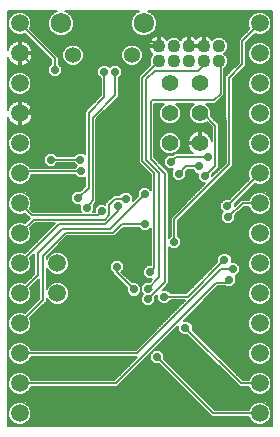
<source format=gbl>
G75*
%MOIN*%
%OFA0B0*%
%FSLAX25Y25*%
%IPPOS*%
%LPD*%
%AMOC8*
5,1,8,0,0,1.08239X$1,22.5*
%
%ADD10C,0.05346*%
%ADD11C,0.06791*%
%ADD12C,0.04362*%
%ADD13C,0.05543*%
%ADD14C,0.05937*%
%ADD15C,0.00600*%
%ADD16C,0.02900*%
D10*
X0027357Y0129770D03*
X0047043Y0129770D03*
D11*
X0050980Y0140400D03*
X0023420Y0140400D03*
D12*
X0056000Y0132800D03*
X0056000Y0127800D03*
X0061000Y0127800D03*
X0061000Y0132800D03*
X0066000Y0132800D03*
X0066000Y0127800D03*
X0071000Y0127800D03*
X0071000Y0132800D03*
X0076000Y0132800D03*
X0076000Y0127800D03*
D13*
X0069700Y0120400D03*
X0069700Y0110400D03*
X0069700Y0100400D03*
X0059700Y0100400D03*
X0059700Y0110400D03*
X0059700Y0120400D03*
D14*
X0089700Y0120400D03*
X0089700Y0110400D03*
X0089700Y0100400D03*
X0089700Y0090400D03*
X0089700Y0080400D03*
X0089700Y0070400D03*
X0089700Y0060400D03*
X0089700Y0050400D03*
X0089700Y0040400D03*
X0089700Y0030400D03*
X0089700Y0020400D03*
X0089700Y0010400D03*
X0022200Y0050400D03*
X0022200Y0060400D03*
X0009700Y0060400D03*
X0009700Y0050400D03*
X0009700Y0040400D03*
X0009700Y0030400D03*
X0009700Y0020400D03*
X0009700Y0010400D03*
X0009700Y0070400D03*
X0009700Y0080400D03*
X0009700Y0090400D03*
X0009700Y0100400D03*
X0009700Y0110400D03*
X0009700Y0120400D03*
X0009700Y0130400D03*
X0009700Y0140400D03*
X0089700Y0140400D03*
X0089700Y0130400D03*
D15*
X0005600Y0109205D02*
X0005600Y0006300D01*
X0093800Y0006300D01*
X0093800Y0144461D01*
X0052401Y0144461D01*
X0053413Y0144042D01*
X0054621Y0142833D01*
X0055275Y0141254D01*
X0055275Y0139546D01*
X0054621Y0137967D01*
X0053413Y0136758D01*
X0051834Y0136104D01*
X0050125Y0136104D01*
X0048546Y0136758D01*
X0047338Y0137967D01*
X0046684Y0139546D01*
X0046684Y0141254D01*
X0047338Y0142833D01*
X0048546Y0144042D01*
X0049558Y0144461D01*
X0024842Y0144461D01*
X0025854Y0144042D01*
X0027062Y0142833D01*
X0027716Y0141254D01*
X0027716Y0139546D01*
X0027062Y0137967D01*
X0025854Y0136758D01*
X0024275Y0136104D01*
X0022566Y0136104D01*
X0020987Y0136758D01*
X0019779Y0137967D01*
X0019125Y0139546D01*
X0019125Y0141254D01*
X0019779Y0142833D01*
X0020987Y0144042D01*
X0021999Y0144461D01*
X0005600Y0144461D01*
X0005600Y0131595D01*
X0005744Y0132039D01*
X0006049Y0132637D01*
X0006444Y0133181D01*
X0006919Y0133656D01*
X0007463Y0134051D01*
X0008061Y0134356D01*
X0008700Y0134563D01*
X0009364Y0134668D01*
X0009400Y0134668D01*
X0009400Y0130700D01*
X0010000Y0130700D01*
X0010000Y0134668D01*
X0010036Y0134668D01*
X0010700Y0134563D01*
X0011339Y0134356D01*
X0011937Y0134051D01*
X0012481Y0133656D01*
X0012956Y0133181D01*
X0013351Y0132637D01*
X0013656Y0132039D01*
X0013863Y0131400D01*
X0013968Y0130736D01*
X0013968Y0130700D01*
X0010000Y0130700D01*
X0010000Y0130100D01*
X0013968Y0130100D01*
X0013968Y0130064D01*
X0013863Y0129400D01*
X0013656Y0128761D01*
X0013351Y0128163D01*
X0012956Y0127619D01*
X0012481Y0127144D01*
X0011937Y0126749D01*
X0011339Y0126444D01*
X0010700Y0126237D01*
X0010036Y0126131D01*
X0010000Y0126131D01*
X0010000Y0130100D01*
X0009400Y0130100D01*
X0009400Y0126131D01*
X0009364Y0126131D01*
X0008700Y0126237D01*
X0008061Y0126444D01*
X0007463Y0126749D01*
X0006919Y0127144D01*
X0006444Y0127619D01*
X0006049Y0128163D01*
X0005744Y0128761D01*
X0005600Y0129205D01*
X0005600Y0111595D01*
X0005744Y0112039D01*
X0006049Y0112637D01*
X0006444Y0113181D01*
X0006919Y0113656D01*
X0007463Y0114051D01*
X0008061Y0114356D01*
X0008700Y0114563D01*
X0009364Y0114668D01*
X0009400Y0114668D01*
X0009400Y0110700D01*
X0010000Y0110700D01*
X0010000Y0114668D01*
X0010036Y0114668D01*
X0010700Y0114563D01*
X0011339Y0114356D01*
X0011937Y0114051D01*
X0012481Y0113656D01*
X0012956Y0113181D01*
X0013351Y0112637D01*
X0013656Y0112039D01*
X0013863Y0111400D01*
X0013968Y0110736D01*
X0013968Y0110700D01*
X0010000Y0110700D01*
X0010000Y0110100D01*
X0013968Y0110100D01*
X0013968Y0110064D01*
X0013863Y0109400D01*
X0013656Y0108761D01*
X0013351Y0108163D01*
X0012956Y0107619D01*
X0012481Y0107144D01*
X0011937Y0106749D01*
X0011339Y0106444D01*
X0010700Y0106237D01*
X0010036Y0106131D01*
X0010000Y0106131D01*
X0010000Y0110100D01*
X0009400Y0110100D01*
X0009400Y0106131D01*
X0009364Y0106131D01*
X0008700Y0106237D01*
X0008061Y0106444D01*
X0007463Y0106749D01*
X0006919Y0107144D01*
X0006444Y0107619D01*
X0006049Y0108163D01*
X0005744Y0108761D01*
X0005600Y0109205D01*
X0005600Y0108942D02*
X0005685Y0108942D01*
X0005600Y0108344D02*
X0005957Y0108344D01*
X0005600Y0107745D02*
X0006352Y0107745D01*
X0006916Y0107147D02*
X0005600Y0107147D01*
X0005600Y0106548D02*
X0007857Y0106548D01*
X0008930Y0104268D02*
X0007509Y0103680D01*
X0006420Y0102591D01*
X0005831Y0101169D01*
X0005831Y0099630D01*
X0006420Y0098209D01*
X0007509Y0097120D01*
X0008930Y0096531D01*
X0010469Y0096531D01*
X0011891Y0097120D01*
X0012980Y0098209D01*
X0013568Y0099630D01*
X0013568Y0101169D01*
X0012980Y0102591D01*
X0011891Y0103680D01*
X0010469Y0104268D01*
X0008930Y0104268D01*
X0008655Y0104154D02*
X0005600Y0104154D01*
X0005600Y0103556D02*
X0007385Y0103556D01*
X0006786Y0102957D02*
X0005600Y0102957D01*
X0005600Y0102359D02*
X0006324Y0102359D01*
X0006076Y0101760D02*
X0005600Y0101760D01*
X0005600Y0101162D02*
X0005831Y0101162D01*
X0005831Y0100563D02*
X0005600Y0100563D01*
X0005600Y0099965D02*
X0005831Y0099965D01*
X0005941Y0099366D02*
X0005600Y0099366D01*
X0005600Y0098768D02*
X0006189Y0098768D01*
X0006460Y0098169D02*
X0005600Y0098169D01*
X0005600Y0097571D02*
X0007058Y0097571D01*
X0007866Y0096972D02*
X0005600Y0096972D01*
X0005600Y0096374D02*
X0018150Y0096374D01*
X0017750Y0095973D02*
X0017750Y0094027D01*
X0019127Y0092650D01*
X0021073Y0092650D01*
X0022223Y0093800D01*
X0027777Y0093800D01*
X0028627Y0092950D01*
X0027977Y0092300D01*
X0013100Y0092300D01*
X0012980Y0092591D01*
X0011891Y0093680D01*
X0010469Y0094268D01*
X0008930Y0094268D01*
X0007509Y0093680D01*
X0006420Y0092591D01*
X0005831Y0091169D01*
X0005831Y0089630D01*
X0006420Y0088209D01*
X0007509Y0087120D01*
X0008930Y0086531D01*
X0010469Y0086531D01*
X0011891Y0087120D01*
X0012980Y0088209D01*
X0013568Y0089630D01*
X0013568Y0089900D01*
X0027977Y0089900D01*
X0029127Y0088750D01*
X0031073Y0088750D01*
X0031400Y0089077D01*
X0031400Y0086097D01*
X0029753Y0084450D01*
X0028127Y0084450D01*
X0026750Y0083073D01*
X0026750Y0081127D01*
X0028127Y0079750D01*
X0029650Y0079750D01*
X0029650Y0077927D01*
X0029977Y0077600D01*
X0014197Y0077600D01*
X0013158Y0078639D01*
X0013568Y0079630D01*
X0013568Y0081169D01*
X0012980Y0082591D01*
X0011891Y0083680D01*
X0010469Y0084268D01*
X0008930Y0084268D01*
X0007509Y0083680D01*
X0006420Y0082591D01*
X0005831Y0081169D01*
X0005831Y0079630D01*
X0006420Y0078209D01*
X0007509Y0077120D01*
X0008930Y0076531D01*
X0010469Y0076531D01*
X0011461Y0076942D01*
X0013003Y0075400D01*
X0011461Y0073858D01*
X0010469Y0074268D01*
X0008930Y0074268D01*
X0007509Y0073680D01*
X0006420Y0072591D01*
X0005831Y0071169D01*
X0005831Y0069630D01*
X0006420Y0068209D01*
X0007509Y0067120D01*
X0008930Y0066531D01*
X0010469Y0066531D01*
X0011891Y0067120D01*
X0012980Y0068209D01*
X0013568Y0069630D01*
X0013568Y0071169D01*
X0013158Y0072161D01*
X0014797Y0073800D01*
X0021403Y0073800D01*
X0011461Y0063858D01*
X0010469Y0064268D01*
X0008930Y0064268D01*
X0007509Y0063680D01*
X0006420Y0062591D01*
X0005831Y0061169D01*
X0005831Y0059630D01*
X0006420Y0058209D01*
X0007509Y0057120D01*
X0008930Y0056531D01*
X0010469Y0056531D01*
X0011891Y0057120D01*
X0012980Y0058209D01*
X0013568Y0059630D01*
X0013568Y0061169D01*
X0013158Y0062161D01*
X0014500Y0063503D01*
X0014500Y0056897D01*
X0011461Y0053858D01*
X0010469Y0054268D01*
X0008930Y0054268D01*
X0007509Y0053680D01*
X0006420Y0052591D01*
X0005831Y0051169D01*
X0005831Y0049630D01*
X0006420Y0048209D01*
X0007509Y0047120D01*
X0008930Y0046531D01*
X0010469Y0046531D01*
X0011891Y0047120D01*
X0012980Y0048209D01*
X0013568Y0049630D01*
X0013568Y0051169D01*
X0013158Y0052161D01*
X0016197Y0055200D01*
X0016200Y0055203D01*
X0016200Y0048597D01*
X0011461Y0043858D01*
X0010469Y0044268D01*
X0008930Y0044268D01*
X0007509Y0043680D01*
X0006420Y0042591D01*
X0005831Y0041169D01*
X0005831Y0039630D01*
X0006420Y0038209D01*
X0007509Y0037120D01*
X0008930Y0036531D01*
X0010469Y0036531D01*
X0011891Y0037120D01*
X0012980Y0038209D01*
X0013568Y0039630D01*
X0013568Y0041169D01*
X0013158Y0042161D01*
X0017897Y0046900D01*
X0018600Y0047603D01*
X0018600Y0048982D01*
X0018920Y0048209D01*
X0020009Y0047120D01*
X0021430Y0046531D01*
X0022969Y0046531D01*
X0024391Y0047120D01*
X0025480Y0048209D01*
X0026068Y0049630D01*
X0026068Y0051169D01*
X0025480Y0052591D01*
X0024391Y0053680D01*
X0022969Y0054268D01*
X0021430Y0054268D01*
X0020009Y0053680D01*
X0018920Y0052591D01*
X0018600Y0051818D01*
X0018600Y0058982D01*
X0018920Y0058209D01*
X0020009Y0057120D01*
X0021430Y0056531D01*
X0022969Y0056531D01*
X0024391Y0057120D01*
X0025480Y0058209D01*
X0026068Y0059630D01*
X0026068Y0061169D01*
X0025480Y0062591D01*
X0024391Y0063680D01*
X0022969Y0064268D01*
X0021430Y0064268D01*
X0020009Y0063680D01*
X0018920Y0062591D01*
X0018600Y0061818D01*
X0018600Y0062503D01*
X0025497Y0069400D01*
X0041297Y0069400D01*
X0044197Y0072300D01*
X0049277Y0072300D01*
X0050427Y0071150D01*
X0052373Y0071150D01*
X0053300Y0072077D01*
X0053300Y0059850D01*
X0052227Y0059850D01*
X0050850Y0058473D01*
X0050850Y0056527D01*
X0052227Y0055150D01*
X0053853Y0055150D01*
X0053053Y0054350D01*
X0051427Y0054350D01*
X0050050Y0052973D01*
X0050050Y0051027D01*
X0050877Y0050200D01*
X0050050Y0049373D01*
X0050050Y0047427D01*
X0051427Y0046050D01*
X0053373Y0046050D01*
X0054750Y0047427D01*
X0054750Y0049053D01*
X0055550Y0049853D01*
X0055550Y0048327D01*
X0056927Y0046950D01*
X0058873Y0046950D01*
X0060023Y0048100D01*
X0064903Y0048100D01*
X0048403Y0031600D01*
X0013390Y0031600D01*
X0012980Y0032591D01*
X0011891Y0033680D01*
X0010469Y0034268D01*
X0008930Y0034268D01*
X0007509Y0033680D01*
X0006420Y0032591D01*
X0005831Y0031169D01*
X0005831Y0029630D01*
X0006420Y0028209D01*
X0007509Y0027120D01*
X0008930Y0026531D01*
X0010469Y0026531D01*
X0011891Y0027120D01*
X0012980Y0028209D01*
X0013390Y0029200D01*
X0048803Y0029200D01*
X0041203Y0021600D01*
X0013390Y0021600D01*
X0012980Y0022591D01*
X0011891Y0023680D01*
X0010469Y0024268D01*
X0008930Y0024268D01*
X0007509Y0023680D01*
X0006420Y0022591D01*
X0005831Y0021169D01*
X0005831Y0019630D01*
X0006420Y0018209D01*
X0007509Y0017120D01*
X0008930Y0016531D01*
X0010469Y0016531D01*
X0011891Y0017120D01*
X0012980Y0018209D01*
X0013390Y0019200D01*
X0042197Y0019200D01*
X0062550Y0039553D01*
X0062550Y0038027D01*
X0063927Y0036650D01*
X0065553Y0036650D01*
X0083003Y0019200D01*
X0086010Y0019200D01*
X0086420Y0018209D01*
X0087509Y0017120D01*
X0088930Y0016531D01*
X0090469Y0016531D01*
X0091891Y0017120D01*
X0092980Y0018209D01*
X0093568Y0019630D01*
X0093568Y0021169D01*
X0092980Y0022591D01*
X0091891Y0023680D01*
X0090469Y0024268D01*
X0088930Y0024268D01*
X0087509Y0023680D01*
X0086420Y0022591D01*
X0086010Y0021600D01*
X0083997Y0021600D01*
X0067250Y0038347D01*
X0067250Y0039973D01*
X0065873Y0041350D01*
X0064347Y0041350D01*
X0075697Y0052700D01*
X0078377Y0052700D01*
X0078527Y0052550D01*
X0080473Y0052550D01*
X0081850Y0053927D01*
X0081850Y0055873D01*
X0081623Y0056100D01*
X0082950Y0057427D01*
X0082950Y0059373D01*
X0081573Y0060750D01*
X0080250Y0060750D01*
X0080250Y0062573D01*
X0078873Y0063950D01*
X0076927Y0063950D01*
X0075550Y0062573D01*
X0075550Y0060947D01*
X0065103Y0050500D01*
X0060023Y0050500D01*
X0058873Y0051650D01*
X0057347Y0051650D01*
X0059400Y0053703D01*
X0059400Y0065977D01*
X0060227Y0065150D01*
X0062173Y0065150D01*
X0063550Y0066527D01*
X0063550Y0068473D01*
X0062400Y0069623D01*
X0062400Y0074603D01*
X0079999Y0092202D01*
X0080001Y0092202D01*
X0080352Y0092555D01*
X0080700Y0092903D01*
X0080700Y0092905D01*
X0080702Y0092907D01*
X0080700Y0093403D01*
X0080700Y0093897D01*
X0080698Y0093899D01*
X0080602Y0121805D01*
X0084297Y0125500D01*
X0085000Y0126203D01*
X0085000Y0134003D01*
X0087939Y0136942D01*
X0088930Y0136531D01*
X0090469Y0136531D01*
X0091891Y0137120D01*
X0092980Y0138209D01*
X0093568Y0139630D01*
X0093568Y0141169D01*
X0092980Y0142591D01*
X0091891Y0143680D01*
X0090469Y0144268D01*
X0088930Y0144268D01*
X0087509Y0143680D01*
X0086420Y0142591D01*
X0085831Y0141169D01*
X0085831Y0139630D01*
X0086242Y0138639D01*
X0083303Y0135700D01*
X0083303Y0135700D01*
X0082600Y0134997D01*
X0082600Y0127197D01*
X0078901Y0123498D01*
X0078899Y0123498D01*
X0078549Y0123146D01*
X0078200Y0122797D01*
X0078200Y0122795D01*
X0078198Y0122793D01*
X0078200Y0122299D01*
X0078200Y0121803D01*
X0078202Y0121801D01*
X0078298Y0093895D01*
X0073850Y0089447D01*
X0073850Y0090053D01*
X0075397Y0091600D01*
X0076100Y0092303D01*
X0076100Y0106797D01*
X0073329Y0109568D01*
X0073372Y0109670D01*
X0073372Y0111130D01*
X0072813Y0112480D01*
X0071792Y0113500D01*
X0074897Y0113500D01*
X0077097Y0115700D01*
X0077800Y0116403D01*
X0077800Y0125243D01*
X0078612Y0126055D01*
X0079081Y0127187D01*
X0079081Y0128413D01*
X0078612Y0129545D01*
X0077857Y0130300D01*
X0078612Y0131055D01*
X0079081Y0132187D01*
X0079081Y0133413D01*
X0078612Y0134545D01*
X0077745Y0135412D01*
X0076613Y0135881D01*
X0075387Y0135881D01*
X0074255Y0135412D01*
X0073767Y0134924D01*
X0073704Y0135019D01*
X0073219Y0135504D01*
X0072649Y0135885D01*
X0072015Y0136147D01*
X0071343Y0136281D01*
X0071291Y0136281D01*
X0071291Y0133091D01*
X0070709Y0133091D01*
X0070709Y0136281D01*
X0070657Y0136281D01*
X0069985Y0136147D01*
X0069351Y0135885D01*
X0068781Y0135504D01*
X0068500Y0135223D01*
X0068219Y0135504D01*
X0067649Y0135885D01*
X0067015Y0136147D01*
X0066343Y0136281D01*
X0066291Y0136281D01*
X0066291Y0133091D01*
X0065709Y0133091D01*
X0065709Y0136281D01*
X0065657Y0136281D01*
X0064985Y0136147D01*
X0064351Y0135885D01*
X0063781Y0135504D01*
X0063296Y0135019D01*
X0063233Y0134924D01*
X0062745Y0135412D01*
X0061613Y0135881D01*
X0060387Y0135881D01*
X0059255Y0135412D01*
X0058767Y0134924D01*
X0058704Y0135019D01*
X0058219Y0135504D01*
X0057649Y0135885D01*
X0057015Y0136147D01*
X0056343Y0136281D01*
X0056291Y0136281D01*
X0056291Y0133091D01*
X0055709Y0133091D01*
X0055709Y0136281D01*
X0055657Y0136281D01*
X0054985Y0136147D01*
X0054351Y0135885D01*
X0053781Y0135504D01*
X0053296Y0135019D01*
X0052915Y0134449D01*
X0052653Y0133815D01*
X0052519Y0133143D01*
X0052519Y0133091D01*
X0055709Y0133091D01*
X0055709Y0132509D01*
X0052519Y0132509D01*
X0052519Y0132457D01*
X0052653Y0131785D01*
X0052915Y0131151D01*
X0053296Y0130581D01*
X0053781Y0130096D01*
X0053876Y0130033D01*
X0053388Y0129545D01*
X0052919Y0128413D01*
X0052919Y0127187D01*
X0053145Y0126642D01*
X0050003Y0123500D01*
X0049300Y0122797D01*
X0049300Y0093903D01*
X0053300Y0089903D01*
X0053300Y0084823D01*
X0052273Y0085850D01*
X0050327Y0085850D01*
X0048950Y0084473D01*
X0048950Y0082847D01*
X0047350Y0081247D01*
X0047350Y0082973D01*
X0045973Y0084350D01*
X0044027Y0084350D01*
X0042877Y0083200D01*
X0041003Y0083200D01*
X0040300Y0082497D01*
X0038200Y0080397D01*
X0038200Y0079923D01*
X0037973Y0080150D01*
X0036027Y0080150D01*
X0034650Y0078773D01*
X0034650Y0077600D01*
X0034023Y0077600D01*
X0034350Y0077927D01*
X0034350Y0079873D01*
X0034331Y0079893D01*
X0034896Y0080598D01*
X0035200Y0080903D01*
X0035200Y0080979D01*
X0035248Y0081038D01*
X0035200Y0081466D01*
X0035200Y0108403D01*
X0041997Y0115200D01*
X0042700Y0115903D01*
X0042700Y0122177D01*
X0043850Y0123327D01*
X0043850Y0125273D01*
X0042473Y0126650D01*
X0040527Y0126650D01*
X0039700Y0125823D01*
X0038873Y0126650D01*
X0036927Y0126650D01*
X0035550Y0125273D01*
X0035550Y0123327D01*
X0036700Y0122177D01*
X0036700Y0116397D01*
X0032103Y0111800D01*
X0031400Y0111097D01*
X0031400Y0096823D01*
X0030873Y0097350D01*
X0028927Y0097350D01*
X0027777Y0096200D01*
X0022223Y0096200D01*
X0021073Y0097350D01*
X0019127Y0097350D01*
X0017750Y0095973D01*
X0017750Y0095775D02*
X0005600Y0095775D01*
X0005600Y0095177D02*
X0017750Y0095177D01*
X0017750Y0094578D02*
X0005600Y0094578D01*
X0005600Y0093980D02*
X0008233Y0093980D01*
X0007210Y0093381D02*
X0005600Y0093381D01*
X0005600Y0092783D02*
X0006612Y0092783D01*
X0006252Y0092184D02*
X0005600Y0092184D01*
X0005600Y0091586D02*
X0006004Y0091586D01*
X0005831Y0090987D02*
X0005600Y0090987D01*
X0005600Y0090389D02*
X0005831Y0090389D01*
X0005831Y0089790D02*
X0005600Y0089790D01*
X0005600Y0089192D02*
X0006013Y0089192D01*
X0006261Y0088593D02*
X0005600Y0088593D01*
X0005600Y0087995D02*
X0006635Y0087995D01*
X0007233Y0087396D02*
X0005600Y0087396D01*
X0005600Y0086798D02*
X0008288Y0086798D01*
X0007811Y0083805D02*
X0005600Y0083805D01*
X0005600Y0084403D02*
X0028080Y0084403D01*
X0027482Y0083805D02*
X0011589Y0083805D01*
X0012364Y0083206D02*
X0026883Y0083206D01*
X0026750Y0082608D02*
X0012963Y0082608D01*
X0013221Y0082009D02*
X0026750Y0082009D01*
X0026750Y0081411D02*
X0013468Y0081411D01*
X0013568Y0080812D02*
X0027064Y0080812D01*
X0027663Y0080214D02*
X0013568Y0080214D01*
X0013562Y0079615D02*
X0029650Y0079615D01*
X0029650Y0079017D02*
X0013314Y0079017D01*
X0013379Y0078418D02*
X0029650Y0078418D01*
X0029757Y0077820D02*
X0013977Y0077820D01*
X0013700Y0076400D02*
X0009700Y0080400D01*
X0010690Y0076623D02*
X0011780Y0076623D01*
X0012379Y0076024D02*
X0005600Y0076024D01*
X0005600Y0075426D02*
X0012977Y0075426D01*
X0012430Y0074827D02*
X0005600Y0074827D01*
X0005600Y0074229D02*
X0008835Y0074229D01*
X0007459Y0073630D02*
X0005600Y0073630D01*
X0005600Y0073032D02*
X0006861Y0073032D01*
X0006355Y0072433D02*
X0005600Y0072433D01*
X0005600Y0071835D02*
X0006107Y0071835D01*
X0005859Y0071236D02*
X0005600Y0071236D01*
X0005600Y0070638D02*
X0005831Y0070638D01*
X0005831Y0070039D02*
X0005600Y0070039D01*
X0005600Y0069441D02*
X0005910Y0069441D01*
X0006158Y0068842D02*
X0005600Y0068842D01*
X0005600Y0068244D02*
X0006406Y0068244D01*
X0006984Y0067645D02*
X0005600Y0067645D01*
X0005600Y0067047D02*
X0007687Y0067047D01*
X0005600Y0066448D02*
X0014051Y0066448D01*
X0013453Y0065850D02*
X0005600Y0065850D01*
X0005600Y0065251D02*
X0012854Y0065251D01*
X0012256Y0064653D02*
X0005600Y0064653D01*
X0005600Y0064054D02*
X0008413Y0064054D01*
X0007285Y0063456D02*
X0005600Y0063456D01*
X0005600Y0062857D02*
X0006686Y0062857D01*
X0006283Y0062259D02*
X0005600Y0062259D01*
X0005600Y0061660D02*
X0006035Y0061660D01*
X0005831Y0061062D02*
X0005600Y0061062D01*
X0005600Y0060463D02*
X0005831Y0060463D01*
X0005831Y0059865D02*
X0005600Y0059865D01*
X0005600Y0059266D02*
X0005982Y0059266D01*
X0006230Y0058668D02*
X0005600Y0058668D01*
X0005600Y0058069D02*
X0006560Y0058069D01*
X0007159Y0057470D02*
X0005600Y0057470D01*
X0005600Y0056872D02*
X0008109Y0056872D01*
X0007991Y0053879D02*
X0005600Y0053879D01*
X0005600Y0053281D02*
X0007110Y0053281D01*
X0006512Y0052682D02*
X0005600Y0052682D01*
X0005600Y0052084D02*
X0006210Y0052084D01*
X0005962Y0051485D02*
X0005600Y0051485D01*
X0005600Y0050887D02*
X0005831Y0050887D01*
X0005831Y0050288D02*
X0005600Y0050288D01*
X0005600Y0049690D02*
X0005831Y0049690D01*
X0006055Y0049091D02*
X0005600Y0049091D01*
X0005600Y0048493D02*
X0006303Y0048493D01*
X0006735Y0047894D02*
X0005600Y0047894D01*
X0005600Y0047296D02*
X0007333Y0047296D01*
X0008530Y0046697D02*
X0005600Y0046697D01*
X0005600Y0046099D02*
X0013702Y0046099D01*
X0014300Y0046697D02*
X0010870Y0046697D01*
X0012067Y0047296D02*
X0014899Y0047296D01*
X0015497Y0047894D02*
X0012665Y0047894D01*
X0013097Y0048493D02*
X0016096Y0048493D01*
X0016200Y0049091D02*
X0013345Y0049091D01*
X0013568Y0049690D02*
X0016200Y0049690D01*
X0016200Y0050288D02*
X0013568Y0050288D01*
X0013568Y0050887D02*
X0016200Y0050887D01*
X0016200Y0051485D02*
X0013438Y0051485D01*
X0013190Y0052084D02*
X0016200Y0052084D01*
X0016200Y0052682D02*
X0013679Y0052682D01*
X0014278Y0053281D02*
X0016200Y0053281D01*
X0016200Y0053879D02*
X0014876Y0053879D01*
X0015475Y0054478D02*
X0016200Y0054478D01*
X0016200Y0055076D02*
X0016073Y0055076D01*
X0015700Y0056400D02*
X0015700Y0063900D01*
X0023700Y0071900D01*
X0039700Y0071900D01*
X0051300Y0083500D01*
X0049479Y0085002D02*
X0035200Y0085002D01*
X0035200Y0084403D02*
X0048950Y0084403D01*
X0048950Y0083805D02*
X0046518Y0083805D01*
X0047117Y0083206D02*
X0048950Y0083206D01*
X0048711Y0082608D02*
X0047350Y0082608D01*
X0047350Y0082009D02*
X0048112Y0082009D01*
X0047514Y0081411D02*
X0047350Y0081411D01*
X0045000Y0082000D02*
X0041500Y0082000D01*
X0039400Y0079900D01*
X0039400Y0076400D01*
X0038000Y0075000D01*
X0014300Y0075000D01*
X0009700Y0070400D01*
X0011713Y0067047D02*
X0014650Y0067047D01*
X0015248Y0067645D02*
X0012416Y0067645D01*
X0012994Y0068244D02*
X0015847Y0068244D01*
X0016445Y0068842D02*
X0013242Y0068842D01*
X0013490Y0069441D02*
X0017044Y0069441D01*
X0017642Y0070039D02*
X0013568Y0070039D01*
X0013568Y0070638D02*
X0018241Y0070638D01*
X0018839Y0071236D02*
X0013541Y0071236D01*
X0013293Y0071835D02*
X0019438Y0071835D01*
X0020036Y0072433D02*
X0013430Y0072433D01*
X0014029Y0073032D02*
X0020635Y0073032D01*
X0021233Y0073630D02*
X0014627Y0073630D01*
X0013700Y0076400D02*
X0035600Y0076400D01*
X0037000Y0077800D01*
X0035492Y0079615D02*
X0034350Y0079615D01*
X0034350Y0079017D02*
X0034893Y0079017D01*
X0034650Y0078418D02*
X0034350Y0078418D01*
X0034243Y0077820D02*
X0034650Y0077820D01*
X0034588Y0080214D02*
X0038200Y0080214D01*
X0038615Y0080812D02*
X0035109Y0080812D01*
X0035206Y0081411D02*
X0039214Y0081411D01*
X0039812Y0082009D02*
X0035200Y0082009D01*
X0035200Y0082608D02*
X0040411Y0082608D01*
X0042883Y0083206D02*
X0035200Y0083206D01*
X0035200Y0083805D02*
X0043482Y0083805D01*
X0042400Y0079500D02*
X0042400Y0077700D01*
X0038100Y0073400D01*
X0022700Y0073400D01*
X0009700Y0060400D01*
X0011291Y0056872D02*
X0014475Y0056872D01*
X0014500Y0057470D02*
X0012241Y0057470D01*
X0012840Y0058069D02*
X0014500Y0058069D01*
X0014500Y0058668D02*
X0013170Y0058668D01*
X0013418Y0059266D02*
X0014500Y0059266D01*
X0014500Y0059865D02*
X0013568Y0059865D01*
X0013568Y0060463D02*
X0014500Y0060463D01*
X0014500Y0061062D02*
X0013568Y0061062D01*
X0013365Y0061660D02*
X0014500Y0061660D01*
X0014500Y0062259D02*
X0013256Y0062259D01*
X0013854Y0062857D02*
X0014500Y0062857D01*
X0014500Y0063456D02*
X0014453Y0063456D01*
X0011657Y0064054D02*
X0010987Y0064054D01*
X0013876Y0056273D02*
X0005600Y0056273D01*
X0005600Y0055675D02*
X0013278Y0055675D01*
X0012679Y0055076D02*
X0005600Y0055076D01*
X0005600Y0054478D02*
X0012081Y0054478D01*
X0011482Y0053879D02*
X0011409Y0053879D01*
X0009700Y0050400D02*
X0015700Y0056400D01*
X0018600Y0056273D02*
X0041429Y0056273D01*
X0041503Y0056200D02*
X0045350Y0052353D01*
X0045350Y0050727D01*
X0046727Y0049350D01*
X0048673Y0049350D01*
X0050050Y0050727D01*
X0050050Y0052673D01*
X0048673Y0054050D01*
X0047047Y0054050D01*
X0043560Y0057537D01*
X0044350Y0058327D01*
X0044350Y0060273D01*
X0042973Y0061650D01*
X0041027Y0061650D01*
X0039650Y0060273D01*
X0039650Y0058327D01*
X0040800Y0057177D01*
X0040800Y0056903D01*
X0041503Y0056200D01*
X0042028Y0055675D02*
X0018600Y0055675D01*
X0018600Y0055076D02*
X0042627Y0055076D01*
X0043225Y0054478D02*
X0018600Y0054478D01*
X0018600Y0053879D02*
X0020491Y0053879D01*
X0019610Y0053281D02*
X0018600Y0053281D01*
X0018600Y0052682D02*
X0019012Y0052682D01*
X0018710Y0052084D02*
X0018600Y0052084D01*
X0018600Y0048493D02*
X0018803Y0048493D01*
X0018600Y0047894D02*
X0019235Y0047894D01*
X0019833Y0047296D02*
X0018293Y0047296D01*
X0017694Y0046697D02*
X0021030Y0046697D01*
X0023370Y0046697D02*
X0050779Y0046697D01*
X0050181Y0047296D02*
X0024567Y0047296D01*
X0025165Y0047894D02*
X0050050Y0047894D01*
X0050050Y0048493D02*
X0025597Y0048493D01*
X0025845Y0049091D02*
X0050050Y0049091D01*
X0050366Y0049690D02*
X0049013Y0049690D01*
X0049612Y0050288D02*
X0050788Y0050288D01*
X0050190Y0050887D02*
X0050050Y0050887D01*
X0050050Y0051485D02*
X0050050Y0051485D01*
X0050050Y0052084D02*
X0050050Y0052084D01*
X0050041Y0052682D02*
X0050050Y0052682D01*
X0050358Y0053281D02*
X0049442Y0053281D01*
X0048844Y0053879D02*
X0050956Y0053879D01*
X0049908Y0055000D02*
X0049908Y0062008D01*
X0047808Y0064108D01*
X0044350Y0059865D02*
X0053300Y0059865D01*
X0053300Y0060463D02*
X0044160Y0060463D01*
X0043562Y0061062D02*
X0053300Y0061062D01*
X0053300Y0061660D02*
X0025865Y0061660D01*
X0026068Y0061062D02*
X0040438Y0061062D01*
X0039840Y0060463D02*
X0026068Y0060463D01*
X0026068Y0059865D02*
X0039650Y0059865D01*
X0039650Y0059266D02*
X0025918Y0059266D01*
X0025670Y0058668D02*
X0039650Y0058668D01*
X0039908Y0058069D02*
X0025340Y0058069D01*
X0024741Y0057470D02*
X0040506Y0057470D01*
X0040831Y0056872D02*
X0023791Y0056872D01*
X0023909Y0053879D02*
X0043824Y0053879D01*
X0044422Y0053281D02*
X0024790Y0053281D01*
X0025388Y0052682D02*
X0045021Y0052682D01*
X0045350Y0052084D02*
X0025690Y0052084D01*
X0025938Y0051485D02*
X0045350Y0051485D01*
X0045350Y0050887D02*
X0026068Y0050887D01*
X0026068Y0050288D02*
X0045788Y0050288D01*
X0046387Y0049690D02*
X0026068Y0049690D01*
X0020609Y0056872D02*
X0018600Y0056872D01*
X0018600Y0057470D02*
X0019659Y0057470D01*
X0019060Y0058069D02*
X0018600Y0058069D01*
X0018600Y0058668D02*
X0018730Y0058668D01*
X0018783Y0062259D02*
X0018600Y0062259D01*
X0018954Y0062857D02*
X0019186Y0062857D01*
X0019553Y0063456D02*
X0019785Y0063456D01*
X0020151Y0064054D02*
X0020913Y0064054D01*
X0020750Y0064653D02*
X0053300Y0064653D01*
X0053300Y0065251D02*
X0021348Y0065251D01*
X0021947Y0065850D02*
X0053300Y0065850D01*
X0053300Y0066448D02*
X0022545Y0066448D01*
X0023144Y0067047D02*
X0053300Y0067047D01*
X0053300Y0067645D02*
X0023742Y0067645D01*
X0024341Y0068244D02*
X0053300Y0068244D01*
X0053300Y0068842D02*
X0024939Y0068842D01*
X0025000Y0070600D02*
X0040800Y0070600D01*
X0043700Y0073500D01*
X0051400Y0073500D01*
X0053058Y0071835D02*
X0053300Y0071835D01*
X0053300Y0071236D02*
X0052460Y0071236D01*
X0053300Y0070638D02*
X0042535Y0070638D01*
X0043133Y0071236D02*
X0050340Y0071236D01*
X0049742Y0071835D02*
X0043732Y0071835D01*
X0041936Y0070039D02*
X0053300Y0070039D01*
X0053300Y0069441D02*
X0041338Y0069441D01*
X0042000Y0059300D02*
X0042000Y0057400D01*
X0047700Y0051700D01*
X0046619Y0054478D02*
X0053181Y0054478D01*
X0053779Y0055076D02*
X0046021Y0055076D01*
X0045422Y0055675D02*
X0051702Y0055675D01*
X0051103Y0056273D02*
X0044824Y0056273D01*
X0044225Y0056872D02*
X0050850Y0056872D01*
X0050850Y0057470D02*
X0043627Y0057470D01*
X0044092Y0058069D02*
X0050850Y0058069D01*
X0051044Y0058668D02*
X0044350Y0058668D01*
X0044350Y0059266D02*
X0051643Y0059266D01*
X0053200Y0057500D02*
X0054500Y0058800D01*
X0054500Y0090400D01*
X0050500Y0094400D01*
X0050500Y0122300D01*
X0056000Y0127800D01*
X0053733Y0129890D02*
X0050616Y0129890D01*
X0050616Y0130481D02*
X0050072Y0131794D01*
X0049067Y0132799D01*
X0047753Y0133343D01*
X0046332Y0133343D01*
X0045018Y0132799D01*
X0044013Y0131794D01*
X0043469Y0130481D01*
X0043469Y0129059D01*
X0044013Y0127746D01*
X0045018Y0126741D01*
X0046332Y0126197D01*
X0047753Y0126197D01*
X0049067Y0126741D01*
X0050072Y0127746D01*
X0050616Y0129059D01*
X0050616Y0130481D01*
X0050612Y0130489D02*
X0053388Y0130489D01*
X0052958Y0131087D02*
X0050365Y0131087D01*
X0050117Y0131686D02*
X0052694Y0131686D01*
X0052553Y0132284D02*
X0049581Y0132284D01*
X0048865Y0132883D02*
X0055709Y0132883D01*
X0056000Y0132800D02*
X0054500Y0134300D01*
X0039700Y0134300D01*
X0030900Y0125500D01*
X0030900Y0116300D01*
X0026100Y0111500D01*
X0027600Y0103000D02*
X0027600Y0099200D01*
X0026100Y0097700D01*
X0027950Y0096374D02*
X0022050Y0096374D01*
X0021451Y0096972D02*
X0028549Y0096972D01*
X0029900Y0095000D02*
X0020100Y0095000D01*
X0018395Y0093381D02*
X0012190Y0093381D01*
X0012788Y0092783D02*
X0018994Y0092783D01*
X0017797Y0093980D02*
X0011167Y0093980D01*
X0010400Y0091100D02*
X0009700Y0090400D01*
X0010400Y0091100D02*
X0030100Y0091100D01*
X0028459Y0092783D02*
X0021206Y0092783D01*
X0021805Y0093381D02*
X0028195Y0093381D01*
X0028086Y0089790D02*
X0013568Y0089790D01*
X0013387Y0089192D02*
X0028685Y0089192D01*
X0030903Y0085601D02*
X0005600Y0085601D01*
X0005600Y0086199D02*
X0031400Y0086199D01*
X0031400Y0086798D02*
X0011112Y0086798D01*
X0012167Y0087396D02*
X0031400Y0087396D01*
X0031400Y0087995D02*
X0012765Y0087995D01*
X0013139Y0088593D02*
X0031400Y0088593D01*
X0032600Y0085600D02*
X0029100Y0082100D01*
X0030305Y0085002D02*
X0005600Y0085002D01*
X0005600Y0083206D02*
X0007036Y0083206D01*
X0006437Y0082608D02*
X0005600Y0082608D01*
X0005600Y0082009D02*
X0006179Y0082009D01*
X0005932Y0081411D02*
X0005600Y0081411D01*
X0005600Y0080812D02*
X0005831Y0080812D01*
X0005831Y0080214D02*
X0005600Y0080214D01*
X0005600Y0079615D02*
X0005838Y0079615D01*
X0005600Y0079017D02*
X0006086Y0079017D01*
X0006334Y0078418D02*
X0005600Y0078418D01*
X0005600Y0077820D02*
X0006809Y0077820D01*
X0007408Y0077221D02*
X0005600Y0077221D01*
X0005600Y0076623D02*
X0008710Y0076623D01*
X0010565Y0074229D02*
X0011832Y0074229D01*
X0017400Y0063000D02*
X0025000Y0070600D01*
X0023487Y0064054D02*
X0053300Y0064054D01*
X0053300Y0063456D02*
X0024615Y0063456D01*
X0025214Y0062857D02*
X0053300Y0062857D01*
X0053300Y0062259D02*
X0025617Y0062259D01*
X0017400Y0063000D02*
X0017400Y0048100D01*
X0009700Y0040400D01*
X0007508Y0037121D02*
X0005600Y0037121D01*
X0005600Y0036523D02*
X0053326Y0036523D01*
X0053924Y0037121D02*
X0011892Y0037121D01*
X0012491Y0037720D02*
X0054523Y0037720D01*
X0055121Y0038318D02*
X0013025Y0038318D01*
X0013273Y0038917D02*
X0055720Y0038917D01*
X0056318Y0039515D02*
X0013521Y0039515D01*
X0013568Y0040114D02*
X0056917Y0040114D01*
X0057515Y0040712D02*
X0013568Y0040712D01*
X0013510Y0041311D02*
X0058114Y0041311D01*
X0058712Y0041909D02*
X0013262Y0041909D01*
X0013505Y0042508D02*
X0059311Y0042508D01*
X0059909Y0043106D02*
X0014103Y0043106D01*
X0014702Y0043705D02*
X0060508Y0043705D01*
X0061106Y0044303D02*
X0015300Y0044303D01*
X0015899Y0044902D02*
X0061705Y0044902D01*
X0062303Y0045500D02*
X0016497Y0045500D01*
X0017096Y0046099D02*
X0051378Y0046099D01*
X0053422Y0046099D02*
X0062902Y0046099D01*
X0063500Y0046697D02*
X0054021Y0046697D01*
X0054619Y0047296D02*
X0056581Y0047296D01*
X0055982Y0047894D02*
X0054750Y0047894D01*
X0054750Y0048493D02*
X0055550Y0048493D01*
X0055550Y0049091D02*
X0054788Y0049091D01*
X0055387Y0049690D02*
X0055550Y0049690D01*
X0057900Y0049300D02*
X0065600Y0049300D01*
X0077900Y0061600D01*
X0079368Y0063456D02*
X0087285Y0063456D01*
X0087509Y0063680D02*
X0086420Y0062591D01*
X0085831Y0061169D01*
X0085831Y0059630D01*
X0086420Y0058209D01*
X0087509Y0057120D01*
X0088930Y0056531D01*
X0090469Y0056531D01*
X0091891Y0057120D01*
X0092980Y0058209D01*
X0093568Y0059630D01*
X0093568Y0061169D01*
X0092980Y0062591D01*
X0091891Y0063680D01*
X0090469Y0064268D01*
X0088930Y0064268D01*
X0087509Y0063680D01*
X0088413Y0064054D02*
X0059400Y0064054D01*
X0059400Y0063456D02*
X0076432Y0063456D01*
X0075834Y0062857D02*
X0059400Y0062857D01*
X0059400Y0062259D02*
X0075550Y0062259D01*
X0075550Y0061660D02*
X0059400Y0061660D01*
X0059400Y0061062D02*
X0075550Y0061062D01*
X0075066Y0060463D02*
X0059400Y0060463D01*
X0059400Y0059865D02*
X0074467Y0059865D01*
X0073869Y0059266D02*
X0059400Y0059266D01*
X0059400Y0058668D02*
X0073270Y0058668D01*
X0072672Y0058069D02*
X0059400Y0058069D01*
X0059400Y0057470D02*
X0072073Y0057470D01*
X0071475Y0056872D02*
X0059400Y0056872D01*
X0059400Y0056273D02*
X0070876Y0056273D01*
X0070278Y0055675D02*
X0059400Y0055675D01*
X0059400Y0055076D02*
X0069679Y0055076D01*
X0069081Y0054478D02*
X0059400Y0054478D01*
X0059400Y0053879D02*
X0068482Y0053879D01*
X0067884Y0053281D02*
X0058978Y0053281D01*
X0058379Y0052682D02*
X0067285Y0052682D01*
X0066687Y0052084D02*
X0057781Y0052084D01*
X0059038Y0051485D02*
X0066088Y0051485D01*
X0065490Y0050887D02*
X0059637Y0050887D01*
X0059818Y0047894D02*
X0064697Y0047894D01*
X0064099Y0047296D02*
X0059219Y0047296D01*
X0052400Y0048400D02*
X0058200Y0054200D01*
X0058200Y0090300D01*
X0053300Y0095200D01*
X0053300Y0114200D01*
X0053800Y0114700D01*
X0074400Y0114700D01*
X0076600Y0116900D01*
X0076600Y0127200D01*
X0076000Y0127800D01*
X0078258Y0125701D02*
X0081104Y0125701D01*
X0081702Y0126299D02*
X0078713Y0126299D01*
X0078961Y0126898D02*
X0082301Y0126898D01*
X0082600Y0127496D02*
X0079081Y0127496D01*
X0079081Y0128095D02*
X0082600Y0128095D01*
X0082600Y0128693D02*
X0078965Y0128693D01*
X0078717Y0129292D02*
X0082600Y0129292D01*
X0082600Y0129890D02*
X0078267Y0129890D01*
X0078046Y0130489D02*
X0082600Y0130489D01*
X0082600Y0131087D02*
X0078626Y0131087D01*
X0078873Y0131686D02*
X0082600Y0131686D01*
X0082600Y0132284D02*
X0079081Y0132284D01*
X0079081Y0132883D02*
X0082600Y0132883D01*
X0082600Y0133481D02*
X0079053Y0133481D01*
X0078805Y0134080D02*
X0082600Y0134080D01*
X0082600Y0134678D02*
X0078479Y0134678D01*
X0077880Y0135277D02*
X0082880Y0135277D01*
X0083478Y0135875D02*
X0076626Y0135875D01*
X0075374Y0135875D02*
X0072663Y0135875D01*
X0073446Y0135277D02*
X0074120Y0135277D01*
X0071291Y0135277D02*
X0070709Y0135277D01*
X0070709Y0135875D02*
X0071291Y0135875D01*
X0071291Y0134678D02*
X0070709Y0134678D01*
X0070709Y0134080D02*
X0071291Y0134080D01*
X0071291Y0133481D02*
X0070709Y0133481D01*
X0070709Y0133091D02*
X0070709Y0132509D01*
X0067519Y0132509D01*
X0066291Y0132509D01*
X0066291Y0133091D01*
X0070709Y0133091D01*
X0070709Y0132883D02*
X0066291Y0132883D01*
X0066291Y0133481D02*
X0065709Y0133481D01*
X0065709Y0134080D02*
X0066291Y0134080D01*
X0066291Y0134678D02*
X0065709Y0134678D01*
X0065709Y0135277D02*
X0066291Y0135277D01*
X0066291Y0135875D02*
X0065709Y0135875D01*
X0064337Y0135875D02*
X0061626Y0135875D01*
X0060374Y0135875D02*
X0057663Y0135875D01*
X0058446Y0135277D02*
X0059120Y0135277D01*
X0056291Y0135277D02*
X0055709Y0135277D01*
X0055709Y0135875D02*
X0056291Y0135875D01*
X0056291Y0134678D02*
X0055709Y0134678D01*
X0055709Y0134080D02*
X0056291Y0134080D01*
X0056291Y0133481D02*
X0055709Y0133481D01*
X0054337Y0135875D02*
X0015922Y0135875D01*
X0016520Y0135277D02*
X0053554Y0135277D01*
X0053068Y0134678D02*
X0017119Y0134678D01*
X0017717Y0134080D02*
X0052762Y0134080D01*
X0052586Y0133481D02*
X0018316Y0133481D01*
X0018914Y0132883D02*
X0025535Y0132883D01*
X0025333Y0132799D02*
X0024328Y0131794D01*
X0023784Y0130481D01*
X0023784Y0129059D01*
X0024328Y0127746D01*
X0025333Y0126741D01*
X0026647Y0126197D01*
X0028068Y0126197D01*
X0029382Y0126741D01*
X0030387Y0127746D01*
X0030931Y0129059D01*
X0030931Y0130481D01*
X0030387Y0131794D01*
X0029382Y0132799D01*
X0028068Y0133343D01*
X0026647Y0133343D01*
X0025333Y0132799D01*
X0024818Y0132284D02*
X0019513Y0132284D01*
X0020111Y0131686D02*
X0024283Y0131686D01*
X0024035Y0131087D02*
X0020710Y0131087D01*
X0021308Y0130489D02*
X0023788Y0130489D01*
X0023784Y0129890D02*
X0021907Y0129890D01*
X0021897Y0129900D02*
X0013158Y0138639D01*
X0013568Y0139630D01*
X0013568Y0141169D01*
X0012980Y0142591D01*
X0011891Y0143680D01*
X0010469Y0144268D01*
X0008930Y0144268D01*
X0007509Y0143680D01*
X0006420Y0142591D01*
X0005831Y0141169D01*
X0005831Y0139630D01*
X0006420Y0138209D01*
X0007509Y0137120D01*
X0008930Y0136531D01*
X0010469Y0136531D01*
X0011461Y0136942D01*
X0020200Y0128203D01*
X0020200Y0126923D01*
X0019050Y0125773D01*
X0019050Y0123827D01*
X0020427Y0122450D01*
X0022373Y0122450D01*
X0023750Y0123827D01*
X0023750Y0125773D01*
X0022600Y0126923D01*
X0022600Y0129197D01*
X0021897Y0129900D01*
X0022505Y0129292D02*
X0023784Y0129292D01*
X0023936Y0128693D02*
X0022600Y0128693D01*
X0022600Y0128095D02*
X0024184Y0128095D01*
X0024578Y0127496D02*
X0022600Y0127496D01*
X0022626Y0126898D02*
X0025176Y0126898D01*
X0026399Y0126299D02*
X0023224Y0126299D01*
X0023750Y0125701D02*
X0035977Y0125701D01*
X0035550Y0125102D02*
X0023750Y0125102D01*
X0023750Y0124504D02*
X0035550Y0124504D01*
X0035550Y0123905D02*
X0023750Y0123905D01*
X0023230Y0123307D02*
X0035570Y0123307D01*
X0036168Y0122708D02*
X0022632Y0122708D01*
X0021400Y0124800D02*
X0021400Y0128700D01*
X0009700Y0140400D01*
X0007624Y0137072D02*
X0005600Y0137072D01*
X0005600Y0136474D02*
X0011929Y0136474D01*
X0012527Y0135875D02*
X0005600Y0135875D01*
X0005600Y0135277D02*
X0013126Y0135277D01*
X0013724Y0134678D02*
X0005600Y0134678D01*
X0005600Y0134080D02*
X0007520Y0134080D01*
X0006745Y0133481D02*
X0005600Y0133481D01*
X0005600Y0132883D02*
X0006228Y0132883D01*
X0005870Y0132284D02*
X0005600Y0132284D01*
X0005600Y0131686D02*
X0005630Y0131686D01*
X0005600Y0128693D02*
X0005779Y0128693D01*
X0005600Y0128095D02*
X0006099Y0128095D01*
X0006567Y0127496D02*
X0005600Y0127496D01*
X0005600Y0126898D02*
X0007258Y0126898D01*
X0008508Y0126299D02*
X0005600Y0126299D01*
X0005600Y0125701D02*
X0019050Y0125701D01*
X0019050Y0125102D02*
X0005600Y0125102D01*
X0005600Y0124504D02*
X0019050Y0124504D01*
X0019050Y0123905D02*
X0011346Y0123905D01*
X0011891Y0123680D02*
X0010469Y0124268D01*
X0008930Y0124268D01*
X0007509Y0123680D01*
X0006420Y0122591D01*
X0005831Y0121169D01*
X0005831Y0119630D01*
X0006420Y0118209D01*
X0007509Y0117120D01*
X0008930Y0116531D01*
X0010469Y0116531D01*
X0011891Y0117120D01*
X0012980Y0118209D01*
X0013568Y0119630D01*
X0013568Y0121169D01*
X0012980Y0122591D01*
X0011891Y0123680D01*
X0012264Y0123307D02*
X0019570Y0123307D01*
X0020168Y0122708D02*
X0012863Y0122708D01*
X0013179Y0122110D02*
X0036700Y0122110D01*
X0036700Y0121511D02*
X0013427Y0121511D01*
X0013568Y0120913D02*
X0036700Y0120913D01*
X0036700Y0120314D02*
X0013568Y0120314D01*
X0013568Y0119716D02*
X0036700Y0119716D01*
X0036700Y0119117D02*
X0013356Y0119117D01*
X0013108Y0118519D02*
X0036700Y0118519D01*
X0036700Y0117920D02*
X0012691Y0117920D01*
X0012093Y0117322D02*
X0036700Y0117322D01*
X0036700Y0116723D02*
X0010932Y0116723D01*
X0011391Y0114329D02*
X0034632Y0114329D01*
X0034034Y0113731D02*
X0012378Y0113731D01*
X0012991Y0113132D02*
X0033435Y0113132D01*
X0032836Y0112534D02*
X0013404Y0112534D01*
X0013689Y0111935D02*
X0032238Y0111935D01*
X0031639Y0111337D02*
X0013873Y0111337D01*
X0013968Y0110738D02*
X0031400Y0110738D01*
X0031400Y0110139D02*
X0010000Y0110139D01*
X0009700Y0110400D02*
X0012000Y0110400D01*
X0015600Y0114000D01*
X0015600Y0124500D01*
X0009700Y0130400D01*
X0010000Y0130489D02*
X0017914Y0130489D01*
X0017316Y0131087D02*
X0013913Y0131087D01*
X0013770Y0131686D02*
X0016717Y0131686D01*
X0016119Y0132284D02*
X0013530Y0132284D01*
X0013172Y0132883D02*
X0015520Y0132883D01*
X0014922Y0133481D02*
X0012655Y0133481D01*
X0011880Y0134080D02*
X0014323Y0134080D01*
X0015323Y0136474D02*
X0021674Y0136474D01*
X0020673Y0137072D02*
X0014725Y0137072D01*
X0014126Y0137671D02*
X0020074Y0137671D01*
X0019653Y0138270D02*
X0013528Y0138270D01*
X0013253Y0138868D02*
X0019405Y0138868D01*
X0019158Y0139467D02*
X0013501Y0139467D01*
X0013568Y0140065D02*
X0019125Y0140065D01*
X0019125Y0140664D02*
X0013568Y0140664D01*
X0013530Y0141262D02*
X0019128Y0141262D01*
X0019376Y0141861D02*
X0013282Y0141861D01*
X0013034Y0142459D02*
X0019624Y0142459D01*
X0020003Y0143058D02*
X0012513Y0143058D01*
X0011915Y0143656D02*
X0020602Y0143656D01*
X0021501Y0144255D02*
X0010503Y0144255D01*
X0008897Y0144255D02*
X0005600Y0144255D01*
X0005600Y0143656D02*
X0007485Y0143656D01*
X0006887Y0143058D02*
X0005600Y0143058D01*
X0005600Y0142459D02*
X0006366Y0142459D01*
X0006118Y0141861D02*
X0005600Y0141861D01*
X0005600Y0141262D02*
X0005870Y0141262D01*
X0005831Y0140664D02*
X0005600Y0140664D01*
X0005600Y0140065D02*
X0005831Y0140065D01*
X0005899Y0139467D02*
X0005600Y0139467D01*
X0005600Y0138868D02*
X0006147Y0138868D01*
X0006395Y0138270D02*
X0005600Y0138270D01*
X0005600Y0137671D02*
X0006958Y0137671D01*
X0009400Y0134080D02*
X0010000Y0134080D01*
X0010000Y0133481D02*
X0009400Y0133481D01*
X0009400Y0132883D02*
X0010000Y0132883D01*
X0010000Y0132284D02*
X0009400Y0132284D01*
X0009400Y0131686D02*
X0010000Y0131686D01*
X0010000Y0131087D02*
X0009400Y0131087D01*
X0009400Y0129890D02*
X0010000Y0129890D01*
X0010000Y0129292D02*
X0009400Y0129292D01*
X0009400Y0128693D02*
X0010000Y0128693D01*
X0010000Y0128095D02*
X0009400Y0128095D01*
X0009400Y0127496D02*
X0010000Y0127496D01*
X0010000Y0126898D02*
X0009400Y0126898D01*
X0009400Y0126299D02*
X0010000Y0126299D01*
X0010892Y0126299D02*
X0019576Y0126299D01*
X0020174Y0126898D02*
X0012142Y0126898D01*
X0012833Y0127496D02*
X0020200Y0127496D01*
X0020200Y0128095D02*
X0013301Y0128095D01*
X0013621Y0128693D02*
X0019710Y0128693D01*
X0019111Y0129292D02*
X0013828Y0129292D01*
X0013941Y0129890D02*
X0018513Y0129890D01*
X0025167Y0136474D02*
X0049233Y0136474D01*
X0048232Y0137072D02*
X0026168Y0137072D01*
X0026766Y0137671D02*
X0047634Y0137671D01*
X0047212Y0138270D02*
X0027188Y0138270D01*
X0027435Y0138868D02*
X0046964Y0138868D01*
X0046717Y0139467D02*
X0027683Y0139467D01*
X0027716Y0140065D02*
X0046684Y0140065D01*
X0046684Y0140664D02*
X0027716Y0140664D01*
X0027713Y0141262D02*
X0046687Y0141262D01*
X0046935Y0141861D02*
X0027465Y0141861D01*
X0027217Y0142459D02*
X0047183Y0142459D01*
X0047562Y0143058D02*
X0026838Y0143058D01*
X0026239Y0143656D02*
X0048161Y0143656D01*
X0049060Y0144255D02*
X0025340Y0144255D01*
X0029180Y0132883D02*
X0045220Y0132883D01*
X0044504Y0132284D02*
X0029896Y0132284D01*
X0030432Y0131686D02*
X0043968Y0131686D01*
X0043721Y0131087D02*
X0030679Y0131087D01*
X0030927Y0130489D02*
X0043473Y0130489D01*
X0043469Y0129890D02*
X0030931Y0129890D01*
X0030931Y0129292D02*
X0043469Y0129292D01*
X0043621Y0128693D02*
X0030779Y0128693D01*
X0030531Y0128095D02*
X0043869Y0128095D01*
X0044263Y0127496D02*
X0030137Y0127496D01*
X0029539Y0126898D02*
X0044861Y0126898D01*
X0046084Y0126299D02*
X0042824Y0126299D01*
X0043423Y0125701D02*
X0052204Y0125701D01*
X0052802Y0126299D02*
X0048001Y0126299D01*
X0049224Y0126898D02*
X0053039Y0126898D01*
X0052919Y0127496D02*
X0049822Y0127496D01*
X0050216Y0128095D02*
X0052919Y0128095D01*
X0053035Y0128693D02*
X0050464Y0128693D01*
X0050616Y0129292D02*
X0053283Y0129292D01*
X0051605Y0125102D02*
X0043850Y0125102D01*
X0043850Y0124504D02*
X0051007Y0124504D01*
X0050408Y0123905D02*
X0043850Y0123905D01*
X0043830Y0123307D02*
X0049810Y0123307D01*
X0049300Y0122708D02*
X0043232Y0122708D01*
X0042700Y0122110D02*
X0049300Y0122110D01*
X0049300Y0121511D02*
X0042700Y0121511D01*
X0042700Y0120913D02*
X0049300Y0120913D01*
X0049300Y0120314D02*
X0042700Y0120314D01*
X0042700Y0119716D02*
X0049300Y0119716D01*
X0049300Y0119117D02*
X0042700Y0119117D01*
X0042700Y0118519D02*
X0049300Y0118519D01*
X0049300Y0117920D02*
X0042700Y0117920D01*
X0042700Y0117322D02*
X0049300Y0117322D01*
X0049300Y0116723D02*
X0042700Y0116723D01*
X0042700Y0116125D02*
X0049300Y0116125D01*
X0049300Y0115526D02*
X0042323Y0115526D01*
X0041725Y0114928D02*
X0049300Y0114928D01*
X0049300Y0114329D02*
X0041126Y0114329D01*
X0040528Y0113731D02*
X0049300Y0113731D01*
X0049300Y0113132D02*
X0039929Y0113132D01*
X0039331Y0112534D02*
X0049300Y0112534D01*
X0049300Y0111935D02*
X0038732Y0111935D01*
X0038134Y0111337D02*
X0049300Y0111337D01*
X0049300Y0110738D02*
X0037535Y0110738D01*
X0036937Y0110139D02*
X0049300Y0110139D01*
X0049300Y0109541D02*
X0036338Y0109541D01*
X0035740Y0108942D02*
X0049300Y0108942D01*
X0049300Y0108344D02*
X0035200Y0108344D01*
X0035200Y0107745D02*
X0049300Y0107745D01*
X0049300Y0107147D02*
X0035200Y0107147D01*
X0035200Y0106548D02*
X0049300Y0106548D01*
X0049300Y0105950D02*
X0035200Y0105950D01*
X0035200Y0105351D02*
X0049300Y0105351D01*
X0049300Y0104753D02*
X0035200Y0104753D01*
X0035200Y0104154D02*
X0049300Y0104154D01*
X0049300Y0103556D02*
X0035200Y0103556D01*
X0035200Y0102957D02*
X0049300Y0102957D01*
X0049300Y0102359D02*
X0035200Y0102359D01*
X0035200Y0101760D02*
X0049300Y0101760D01*
X0049300Y0101162D02*
X0035200Y0101162D01*
X0035200Y0100563D02*
X0049300Y0100563D01*
X0049300Y0099965D02*
X0035200Y0099965D01*
X0035200Y0099366D02*
X0049300Y0099366D01*
X0049300Y0098768D02*
X0035200Y0098768D01*
X0035200Y0098169D02*
X0049300Y0098169D01*
X0049300Y0097571D02*
X0035200Y0097571D01*
X0035200Y0096972D02*
X0049300Y0096972D01*
X0049300Y0096374D02*
X0035200Y0096374D01*
X0035200Y0095775D02*
X0049300Y0095775D01*
X0049300Y0095177D02*
X0035200Y0095177D01*
X0035200Y0094578D02*
X0049300Y0094578D01*
X0049300Y0093980D02*
X0035200Y0093980D01*
X0035200Y0093381D02*
X0049822Y0093381D01*
X0050420Y0092783D02*
X0035200Y0092783D01*
X0035200Y0092184D02*
X0051019Y0092184D01*
X0051617Y0091586D02*
X0035200Y0091586D01*
X0035200Y0090987D02*
X0052216Y0090987D01*
X0052814Y0090389D02*
X0035200Y0090389D01*
X0035200Y0089790D02*
X0053300Y0089790D01*
X0053300Y0089192D02*
X0035200Y0089192D01*
X0035200Y0088593D02*
X0053300Y0088593D01*
X0053300Y0087995D02*
X0035200Y0087995D01*
X0035200Y0087396D02*
X0053300Y0087396D01*
X0053300Y0086798D02*
X0035200Y0086798D01*
X0035200Y0086199D02*
X0053300Y0086199D01*
X0053300Y0085601D02*
X0052523Y0085601D01*
X0053121Y0085002D02*
X0053300Y0085002D01*
X0050077Y0085601D02*
X0035200Y0085601D01*
X0032600Y0085600D02*
X0032600Y0110600D01*
X0037900Y0115900D01*
X0037900Y0124300D01*
X0036576Y0126299D02*
X0028316Y0126299D01*
X0035829Y0115526D02*
X0005600Y0115526D01*
X0005600Y0114928D02*
X0035231Y0114928D01*
X0036428Y0116125D02*
X0005600Y0116125D01*
X0005600Y0116723D02*
X0008468Y0116723D01*
X0007307Y0117322D02*
X0005600Y0117322D01*
X0005600Y0117920D02*
X0006709Y0117920D01*
X0006292Y0118519D02*
X0005600Y0118519D01*
X0005600Y0119117D02*
X0006044Y0119117D01*
X0005831Y0119716D02*
X0005600Y0119716D01*
X0005600Y0120314D02*
X0005831Y0120314D01*
X0005831Y0120913D02*
X0005600Y0120913D01*
X0005600Y0121511D02*
X0005973Y0121511D01*
X0006221Y0122110D02*
X0005600Y0122110D01*
X0005600Y0122708D02*
X0006537Y0122708D01*
X0007136Y0123307D02*
X0005600Y0123307D01*
X0005600Y0123905D02*
X0008054Y0123905D01*
X0008009Y0114329D02*
X0005600Y0114329D01*
X0005600Y0113731D02*
X0007022Y0113731D01*
X0006409Y0113132D02*
X0005600Y0113132D01*
X0005600Y0112534D02*
X0005996Y0112534D01*
X0005711Y0111935D02*
X0005600Y0111935D01*
X0009400Y0111935D02*
X0010000Y0111935D01*
X0010000Y0111337D02*
X0009400Y0111337D01*
X0009400Y0110738D02*
X0010000Y0110738D01*
X0010000Y0109541D02*
X0009400Y0109541D01*
X0009400Y0108942D02*
X0010000Y0108942D01*
X0010000Y0108344D02*
X0009400Y0108344D01*
X0009400Y0107745D02*
X0010000Y0107745D01*
X0010000Y0107147D02*
X0009400Y0107147D01*
X0009400Y0106548D02*
X0010000Y0106548D01*
X0010745Y0104154D02*
X0031400Y0104154D01*
X0031400Y0103556D02*
X0012015Y0103556D01*
X0012614Y0102957D02*
X0031400Y0102957D01*
X0031400Y0102359D02*
X0013076Y0102359D01*
X0013324Y0101760D02*
X0031400Y0101760D01*
X0031400Y0101162D02*
X0013568Y0101162D01*
X0013568Y0100563D02*
X0031400Y0100563D01*
X0031400Y0099965D02*
X0013568Y0099965D01*
X0013459Y0099366D02*
X0031400Y0099366D01*
X0031400Y0098768D02*
X0013211Y0098768D01*
X0012940Y0098169D02*
X0031400Y0098169D01*
X0031400Y0097571D02*
X0012342Y0097571D01*
X0011534Y0096972D02*
X0018749Y0096972D01*
X0012483Y0107147D02*
X0031400Y0107147D01*
X0031400Y0107745D02*
X0013047Y0107745D01*
X0013443Y0108344D02*
X0031400Y0108344D01*
X0031400Y0108942D02*
X0013715Y0108942D01*
X0013886Y0109541D02*
X0031400Y0109541D01*
X0034000Y0108900D02*
X0041500Y0116400D01*
X0041500Y0124300D01*
X0040176Y0126299D02*
X0039224Y0126299D01*
X0034000Y0108900D02*
X0034000Y0081400D01*
X0032000Y0078900D01*
X0031400Y0096972D02*
X0031251Y0096972D01*
X0031400Y0104753D02*
X0005600Y0104753D01*
X0005600Y0105351D02*
X0031400Y0105351D01*
X0031400Y0105950D02*
X0005600Y0105950D01*
X0009400Y0112534D02*
X0010000Y0112534D01*
X0010000Y0113132D02*
X0009400Y0113132D01*
X0009400Y0113731D02*
X0010000Y0113731D01*
X0010000Y0114329D02*
X0009400Y0114329D01*
X0011543Y0106548D02*
X0031400Y0106548D01*
X0051800Y0094900D02*
X0056200Y0090500D01*
X0056200Y0055800D01*
X0052400Y0052000D01*
X0053600Y0052000D01*
X0059400Y0064653D02*
X0093800Y0064653D01*
X0093800Y0065251D02*
X0062275Y0065251D01*
X0062873Y0065850D02*
X0093800Y0065850D01*
X0093800Y0066448D02*
X0063472Y0066448D01*
X0063550Y0067047D02*
X0087687Y0067047D01*
X0087509Y0067120D02*
X0088930Y0066531D01*
X0090469Y0066531D01*
X0091891Y0067120D01*
X0092980Y0068209D01*
X0093568Y0069630D01*
X0093568Y0071169D01*
X0092980Y0072591D01*
X0091891Y0073680D01*
X0090469Y0074268D01*
X0088930Y0074268D01*
X0087509Y0073680D01*
X0086420Y0072591D01*
X0085831Y0071169D01*
X0085831Y0069630D01*
X0086420Y0068209D01*
X0087509Y0067120D01*
X0086984Y0067645D02*
X0063550Y0067645D01*
X0063550Y0068244D02*
X0086406Y0068244D01*
X0086158Y0068842D02*
X0063181Y0068842D01*
X0062583Y0069441D02*
X0085910Y0069441D01*
X0085831Y0070039D02*
X0062400Y0070039D01*
X0062400Y0070638D02*
X0085831Y0070638D01*
X0085859Y0071236D02*
X0062400Y0071236D01*
X0062400Y0071835D02*
X0086107Y0071835D01*
X0086355Y0072433D02*
X0062400Y0072433D01*
X0062400Y0073032D02*
X0086861Y0073032D01*
X0087459Y0073630D02*
X0080154Y0073630D01*
X0080073Y0073550D02*
X0081450Y0074927D01*
X0081450Y0076429D01*
X0084467Y0079200D01*
X0086010Y0079200D01*
X0086420Y0078209D01*
X0087509Y0077120D01*
X0088930Y0076531D01*
X0090469Y0076531D01*
X0091891Y0077120D01*
X0092980Y0078209D01*
X0093568Y0079630D01*
X0093568Y0081169D01*
X0092980Y0082591D01*
X0091891Y0083680D01*
X0090469Y0084268D01*
X0088930Y0084268D01*
X0087509Y0083680D01*
X0086420Y0082591D01*
X0086010Y0081600D01*
X0084025Y0081600D01*
X0083554Y0081620D01*
X0083533Y0081600D01*
X0083503Y0081600D01*
X0083169Y0081267D01*
X0081250Y0079504D01*
X0081250Y0080253D01*
X0087939Y0086942D01*
X0088930Y0086531D01*
X0090469Y0086531D01*
X0091891Y0087120D01*
X0092980Y0088209D01*
X0093568Y0089630D01*
X0093568Y0091169D01*
X0092980Y0092591D01*
X0091891Y0093680D01*
X0090469Y0094268D01*
X0088930Y0094268D01*
X0087509Y0093680D01*
X0086420Y0092591D01*
X0085831Y0091169D01*
X0085831Y0089630D01*
X0086242Y0088639D01*
X0079353Y0081750D01*
X0077927Y0081750D01*
X0076550Y0080373D01*
X0076550Y0078427D01*
X0077427Y0077550D01*
X0076750Y0076873D01*
X0076750Y0074927D01*
X0078127Y0073550D01*
X0080073Y0073550D01*
X0080752Y0074229D02*
X0088835Y0074229D01*
X0090565Y0074229D02*
X0093800Y0074229D01*
X0093800Y0074827D02*
X0081351Y0074827D01*
X0081450Y0075426D02*
X0093800Y0075426D01*
X0093800Y0076024D02*
X0081450Y0076024D01*
X0081661Y0076623D02*
X0088710Y0076623D01*
X0087408Y0077221D02*
X0082313Y0077221D01*
X0082965Y0077820D02*
X0086809Y0077820D01*
X0086334Y0078418D02*
X0083616Y0078418D01*
X0084268Y0079017D02*
X0086086Y0079017D01*
X0084000Y0080400D02*
X0079100Y0075900D01*
X0078046Y0073630D02*
X0062400Y0073630D01*
X0062400Y0074229D02*
X0077448Y0074229D01*
X0076849Y0074827D02*
X0062624Y0074827D01*
X0063223Y0075426D02*
X0076750Y0075426D01*
X0076750Y0076024D02*
X0063821Y0076024D01*
X0064420Y0076623D02*
X0076750Y0076623D01*
X0077098Y0077221D02*
X0065018Y0077221D01*
X0065617Y0077820D02*
X0077157Y0077820D01*
X0076558Y0078418D02*
X0066215Y0078418D01*
X0066814Y0079017D02*
X0076550Y0079017D01*
X0076550Y0079615D02*
X0067412Y0079615D01*
X0068011Y0080214D02*
X0076550Y0080214D01*
X0076989Y0080812D02*
X0068609Y0080812D01*
X0069208Y0081411D02*
X0077588Y0081411D01*
X0078900Y0079600D02*
X0078900Y0079400D01*
X0078900Y0079600D02*
X0089700Y0090400D01*
X0088233Y0093980D02*
X0080698Y0093980D01*
X0080696Y0094578D02*
X0093800Y0094578D01*
X0093800Y0093980D02*
X0091167Y0093980D01*
X0092190Y0093381D02*
X0093800Y0093381D01*
X0093800Y0092783D02*
X0092788Y0092783D01*
X0093148Y0092184D02*
X0093800Y0092184D01*
X0093800Y0091586D02*
X0093396Y0091586D01*
X0093568Y0090987D02*
X0093800Y0090987D01*
X0093800Y0090389D02*
X0093568Y0090389D01*
X0093568Y0089790D02*
X0093800Y0089790D01*
X0093800Y0089192D02*
X0093387Y0089192D01*
X0093139Y0088593D02*
X0093800Y0088593D01*
X0093800Y0087995D02*
X0092765Y0087995D01*
X0092167Y0087396D02*
X0093800Y0087396D01*
X0093800Y0086798D02*
X0091112Y0086798D01*
X0091589Y0083805D02*
X0093800Y0083805D01*
X0093800Y0084403D02*
X0085401Y0084403D01*
X0084802Y0083805D02*
X0087811Y0083805D01*
X0087036Y0083206D02*
X0084204Y0083206D01*
X0083605Y0082608D02*
X0086437Y0082608D01*
X0086179Y0082009D02*
X0083006Y0082009D01*
X0083314Y0081411D02*
X0082408Y0081411D01*
X0082675Y0080812D02*
X0081809Y0080812D01*
X0082023Y0080214D02*
X0081250Y0080214D01*
X0081250Y0079615D02*
X0081372Y0079615D01*
X0079612Y0082009D02*
X0069806Y0082009D01*
X0070405Y0082608D02*
X0080211Y0082608D01*
X0080809Y0083206D02*
X0071004Y0083206D01*
X0071602Y0083805D02*
X0081408Y0083805D01*
X0082006Y0084403D02*
X0072201Y0084403D01*
X0072799Y0085002D02*
X0082605Y0085002D01*
X0083203Y0085601D02*
X0073398Y0085601D01*
X0073996Y0086199D02*
X0083802Y0086199D01*
X0084401Y0086798D02*
X0074595Y0086798D01*
X0075193Y0087396D02*
X0084999Y0087396D01*
X0085598Y0087995D02*
X0075792Y0087995D01*
X0076390Y0088593D02*
X0086196Y0088593D01*
X0086013Y0089192D02*
X0076989Y0089192D01*
X0077587Y0089790D02*
X0085831Y0089790D01*
X0085831Y0090389D02*
X0078186Y0090389D01*
X0078784Y0090987D02*
X0085831Y0090987D01*
X0086004Y0091586D02*
X0079383Y0091586D01*
X0079981Y0092184D02*
X0086252Y0092184D01*
X0086612Y0092783D02*
X0080580Y0092783D01*
X0080700Y0093381D02*
X0087210Y0093381D01*
X0088930Y0096531D02*
X0087509Y0097120D01*
X0086420Y0098209D01*
X0085831Y0099630D01*
X0085831Y0101169D01*
X0086420Y0102591D01*
X0087509Y0103680D01*
X0088930Y0104268D01*
X0090469Y0104268D01*
X0091891Y0103680D01*
X0092980Y0102591D01*
X0093568Y0101169D01*
X0093568Y0099630D01*
X0092980Y0098209D01*
X0091891Y0097120D01*
X0090469Y0096531D01*
X0088930Y0096531D01*
X0087866Y0096972D02*
X0080688Y0096972D01*
X0080690Y0096374D02*
X0093800Y0096374D01*
X0093800Y0096972D02*
X0091534Y0096972D01*
X0092342Y0097571D02*
X0093800Y0097571D01*
X0093800Y0098169D02*
X0092940Y0098169D01*
X0093211Y0098768D02*
X0093800Y0098768D01*
X0093800Y0099366D02*
X0093459Y0099366D01*
X0093568Y0099965D02*
X0093800Y0099965D01*
X0093800Y0100563D02*
X0093568Y0100563D01*
X0093568Y0101162D02*
X0093800Y0101162D01*
X0093800Y0101760D02*
X0093324Y0101760D01*
X0093076Y0102359D02*
X0093800Y0102359D01*
X0093800Y0102957D02*
X0092614Y0102957D01*
X0092015Y0103556D02*
X0093800Y0103556D01*
X0093800Y0104154D02*
X0090745Y0104154D01*
X0090469Y0106531D02*
X0091891Y0107120D01*
X0092980Y0108209D01*
X0093568Y0109630D01*
X0093568Y0111169D01*
X0092980Y0112591D01*
X0091891Y0113680D01*
X0090469Y0114268D01*
X0088930Y0114268D01*
X0087509Y0113680D01*
X0086420Y0112591D01*
X0085831Y0111169D01*
X0085831Y0109630D01*
X0086420Y0108209D01*
X0087509Y0107120D01*
X0088930Y0106531D01*
X0090469Y0106531D01*
X0090510Y0106548D02*
X0093800Y0106548D01*
X0093800Y0105950D02*
X0080657Y0105950D01*
X0080655Y0106548D02*
X0088890Y0106548D01*
X0088655Y0104154D02*
X0080663Y0104154D01*
X0080665Y0103556D02*
X0087385Y0103556D01*
X0086786Y0102957D02*
X0080667Y0102957D01*
X0080669Y0102359D02*
X0086324Y0102359D01*
X0086076Y0101760D02*
X0080671Y0101760D01*
X0080673Y0101162D02*
X0085831Y0101162D01*
X0085831Y0100563D02*
X0080675Y0100563D01*
X0080677Y0099965D02*
X0085831Y0099965D01*
X0085941Y0099366D02*
X0080679Y0099366D01*
X0080681Y0098768D02*
X0086189Y0098768D01*
X0086460Y0098169D02*
X0080684Y0098169D01*
X0080686Y0097571D02*
X0087058Y0097571D01*
X0080692Y0095775D02*
X0093800Y0095775D01*
X0093800Y0095177D02*
X0080694Y0095177D01*
X0079500Y0093400D02*
X0061200Y0075100D01*
X0061200Y0067500D01*
X0059527Y0065850D02*
X0059400Y0065850D01*
X0059400Y0065251D02*
X0060125Y0065251D01*
X0059400Y0069023D02*
X0059400Y0090797D01*
X0058697Y0091500D01*
X0054500Y0095697D01*
X0054500Y0113500D01*
X0057608Y0113500D01*
X0056587Y0112480D01*
X0056028Y0111130D01*
X0056028Y0109670D01*
X0056587Y0108320D01*
X0057620Y0107287D01*
X0058970Y0106728D01*
X0060430Y0106728D01*
X0061780Y0107287D01*
X0062813Y0108320D01*
X0063372Y0109670D01*
X0063372Y0111130D01*
X0062813Y0112480D01*
X0061792Y0113500D01*
X0067608Y0113500D01*
X0066587Y0112480D01*
X0066028Y0111130D01*
X0066028Y0109670D01*
X0066587Y0108320D01*
X0067620Y0107287D01*
X0068970Y0106728D01*
X0070430Y0106728D01*
X0071780Y0107287D01*
X0071998Y0107505D01*
X0073700Y0105803D01*
X0073700Y0101173D01*
X0073671Y0101353D01*
X0073473Y0101963D01*
X0073182Y0102534D01*
X0072806Y0103052D01*
X0072352Y0103506D01*
X0071834Y0103882D01*
X0071263Y0104173D01*
X0070653Y0104371D01*
X0070020Y0104472D01*
X0070000Y0104472D01*
X0070000Y0100700D01*
X0069400Y0100700D01*
X0069400Y0104472D01*
X0069380Y0104472D01*
X0068747Y0104371D01*
X0068137Y0104173D01*
X0067566Y0103882D01*
X0067047Y0103506D01*
X0066594Y0103052D01*
X0066218Y0102534D01*
X0065927Y0101963D01*
X0065729Y0101353D01*
X0065628Y0100720D01*
X0065628Y0100700D01*
X0069400Y0100700D01*
X0069400Y0100100D01*
X0065628Y0100100D01*
X0065628Y0100080D01*
X0065729Y0099447D01*
X0065927Y0098837D01*
X0066218Y0098266D01*
X0066594Y0097747D01*
X0067047Y0097294D01*
X0067315Y0097100D01*
X0061328Y0097100D01*
X0061780Y0097287D01*
X0062813Y0098320D01*
X0063372Y0099670D01*
X0063372Y0101130D01*
X0062813Y0102480D01*
X0061780Y0103513D01*
X0060430Y0104072D01*
X0058970Y0104072D01*
X0057620Y0103513D01*
X0056587Y0102480D01*
X0056028Y0101130D01*
X0056028Y0099670D01*
X0056587Y0098320D01*
X0057620Y0097287D01*
X0058970Y0096728D01*
X0060430Y0096728D01*
X0061286Y0097083D01*
X0060653Y0096450D01*
X0059027Y0096450D01*
X0057650Y0095073D01*
X0057650Y0093127D01*
X0059027Y0091750D01*
X0060727Y0091750D01*
X0060250Y0091273D01*
X0060250Y0089327D01*
X0061627Y0087950D01*
X0063573Y0087950D01*
X0064950Y0089327D01*
X0064950Y0090953D01*
X0065497Y0091500D01*
X0067277Y0091500D01*
X0068427Y0090350D01*
X0069150Y0090350D01*
X0069150Y0088427D01*
X0070527Y0087050D01*
X0071453Y0087050D01*
X0060703Y0076300D01*
X0060703Y0076300D01*
X0060000Y0075597D01*
X0060000Y0069623D01*
X0059400Y0069023D01*
X0059400Y0069441D02*
X0059817Y0069441D01*
X0060000Y0070039D02*
X0059400Y0070039D01*
X0059400Y0070638D02*
X0060000Y0070638D01*
X0060000Y0071236D02*
X0059400Y0071236D01*
X0059400Y0071835D02*
X0060000Y0071835D01*
X0060000Y0072433D02*
X0059400Y0072433D01*
X0059400Y0073032D02*
X0060000Y0073032D01*
X0060000Y0073630D02*
X0059400Y0073630D01*
X0059400Y0074229D02*
X0060000Y0074229D01*
X0060000Y0074827D02*
X0059400Y0074827D01*
X0059400Y0075426D02*
X0060000Y0075426D01*
X0060427Y0076024D02*
X0059400Y0076024D01*
X0059400Y0076623D02*
X0061026Y0076623D01*
X0061624Y0077221D02*
X0059400Y0077221D01*
X0059400Y0077820D02*
X0062223Y0077820D01*
X0062821Y0078418D02*
X0059400Y0078418D01*
X0059400Y0079017D02*
X0063420Y0079017D01*
X0064018Y0079615D02*
X0059400Y0079615D01*
X0059400Y0080214D02*
X0064617Y0080214D01*
X0065215Y0080812D02*
X0059400Y0080812D01*
X0059400Y0081411D02*
X0065814Y0081411D01*
X0066412Y0082009D02*
X0059400Y0082009D01*
X0059400Y0082608D02*
X0067011Y0082608D01*
X0067609Y0083206D02*
X0059400Y0083206D01*
X0059400Y0083805D02*
X0068208Y0083805D01*
X0068806Y0084403D02*
X0059400Y0084403D01*
X0059400Y0085002D02*
X0069405Y0085002D01*
X0070003Y0085601D02*
X0059400Y0085601D01*
X0059400Y0086199D02*
X0070602Y0086199D01*
X0071201Y0086798D02*
X0059400Y0086798D01*
X0059400Y0087396D02*
X0070181Y0087396D01*
X0069582Y0087995D02*
X0063618Y0087995D01*
X0064216Y0088593D02*
X0069150Y0088593D01*
X0069150Y0089192D02*
X0064815Y0089192D01*
X0064950Y0089790D02*
X0069150Y0089790D01*
X0068388Y0090389D02*
X0064950Y0090389D01*
X0064984Y0090987D02*
X0067789Y0090987D01*
X0069400Y0092700D02*
X0065000Y0092700D01*
X0062600Y0090300D01*
X0060984Y0088593D02*
X0059400Y0088593D01*
X0059400Y0087995D02*
X0061582Y0087995D01*
X0060385Y0089192D02*
X0059400Y0089192D01*
X0059400Y0089790D02*
X0060250Y0089790D01*
X0060250Y0090389D02*
X0059400Y0090389D01*
X0059210Y0090987D02*
X0060250Y0090987D01*
X0060562Y0091586D02*
X0058611Y0091586D01*
X0058592Y0092184D02*
X0058013Y0092184D01*
X0057994Y0092783D02*
X0057414Y0092783D01*
X0057650Y0093381D02*
X0056816Y0093381D01*
X0056217Y0093980D02*
X0057650Y0093980D01*
X0057650Y0094578D02*
X0055619Y0094578D01*
X0055020Y0095177D02*
X0057753Y0095177D01*
X0058352Y0095775D02*
X0054500Y0095775D01*
X0054500Y0096374D02*
X0058950Y0096374D01*
X0058381Y0096972D02*
X0054500Y0096972D01*
X0054500Y0097571D02*
X0057337Y0097571D01*
X0056738Y0098169D02*
X0054500Y0098169D01*
X0054500Y0098768D02*
X0056402Y0098768D01*
X0056154Y0099366D02*
X0054500Y0099366D01*
X0054500Y0099965D02*
X0056028Y0099965D01*
X0056028Y0100563D02*
X0054500Y0100563D01*
X0054500Y0101162D02*
X0056041Y0101162D01*
X0056289Y0101760D02*
X0054500Y0101760D01*
X0054500Y0102359D02*
X0056537Y0102359D01*
X0057065Y0102957D02*
X0054500Y0102957D01*
X0054500Y0103556D02*
X0057724Y0103556D01*
X0057959Y0107147D02*
X0054500Y0107147D01*
X0054500Y0107745D02*
X0057162Y0107745D01*
X0056577Y0108344D02*
X0054500Y0108344D01*
X0054500Y0108942D02*
X0056330Y0108942D01*
X0056082Y0109541D02*
X0054500Y0109541D01*
X0054500Y0110139D02*
X0056028Y0110139D01*
X0056028Y0110738D02*
X0054500Y0110738D01*
X0054500Y0111337D02*
X0056114Y0111337D01*
X0056362Y0111935D02*
X0054500Y0111935D01*
X0054500Y0112534D02*
X0056641Y0112534D01*
X0057240Y0113132D02*
X0054500Y0113132D01*
X0054500Y0106548D02*
X0072955Y0106548D01*
X0073553Y0105950D02*
X0054500Y0105950D01*
X0054500Y0105351D02*
X0073700Y0105351D01*
X0073700Y0104753D02*
X0054500Y0104753D01*
X0054500Y0104154D02*
X0068100Y0104154D01*
X0067117Y0103556D02*
X0061676Y0103556D01*
X0062335Y0102957D02*
X0066525Y0102957D01*
X0066128Y0102359D02*
X0062863Y0102359D01*
X0063111Y0101760D02*
X0065861Y0101760D01*
X0065698Y0101162D02*
X0063359Y0101162D01*
X0063372Y0100563D02*
X0069400Y0100563D01*
X0069400Y0101162D02*
X0070000Y0101162D01*
X0070000Y0101760D02*
X0069400Y0101760D01*
X0069400Y0102359D02*
X0070000Y0102359D01*
X0070000Y0102957D02*
X0069400Y0102957D01*
X0069400Y0103556D02*
X0070000Y0103556D01*
X0070000Y0104154D02*
X0069400Y0104154D01*
X0067959Y0107147D02*
X0061441Y0107147D01*
X0062238Y0107745D02*
X0067162Y0107745D01*
X0066577Y0108344D02*
X0062823Y0108344D01*
X0063070Y0108942D02*
X0066330Y0108942D01*
X0066082Y0109541D02*
X0063318Y0109541D01*
X0063372Y0110139D02*
X0066028Y0110139D01*
X0066028Y0110738D02*
X0063372Y0110738D01*
X0063286Y0111337D02*
X0066114Y0111337D01*
X0066362Y0111935D02*
X0063038Y0111935D01*
X0062759Y0112534D02*
X0066641Y0112534D01*
X0067240Y0113132D02*
X0062160Y0113132D01*
X0069700Y0110400D02*
X0070800Y0110400D01*
X0074900Y0106300D01*
X0074900Y0092800D01*
X0071500Y0089400D01*
X0073850Y0089790D02*
X0074193Y0089790D01*
X0074186Y0090389D02*
X0074792Y0090389D01*
X0074784Y0090987D02*
X0075390Y0090987D01*
X0075383Y0091586D02*
X0075989Y0091586D01*
X0075981Y0092184D02*
X0076587Y0092184D01*
X0076100Y0092783D02*
X0077186Y0092783D01*
X0077784Y0093381D02*
X0076100Y0093381D01*
X0076100Y0093980D02*
X0078298Y0093980D01*
X0078296Y0094578D02*
X0076100Y0094578D01*
X0076100Y0095177D02*
X0078294Y0095177D01*
X0078292Y0095775D02*
X0076100Y0095775D01*
X0076100Y0096374D02*
X0078290Y0096374D01*
X0078288Y0096972D02*
X0076100Y0096972D01*
X0076100Y0097571D02*
X0078286Y0097571D01*
X0078283Y0098169D02*
X0076100Y0098169D01*
X0076100Y0098768D02*
X0078281Y0098768D01*
X0078279Y0099366D02*
X0076100Y0099366D01*
X0076100Y0099965D02*
X0078277Y0099965D01*
X0078275Y0100563D02*
X0076100Y0100563D01*
X0076100Y0101162D02*
X0078273Y0101162D01*
X0078271Y0101760D02*
X0076100Y0101760D01*
X0076100Y0102359D02*
X0078269Y0102359D01*
X0078267Y0102957D02*
X0076100Y0102957D01*
X0076100Y0103556D02*
X0078265Y0103556D01*
X0078263Y0104154D02*
X0076100Y0104154D01*
X0076100Y0104753D02*
X0078261Y0104753D01*
X0078259Y0105351D02*
X0076100Y0105351D01*
X0076100Y0105950D02*
X0078257Y0105950D01*
X0078254Y0106548D02*
X0076100Y0106548D01*
X0075750Y0107147D02*
X0078252Y0107147D01*
X0078250Y0107745D02*
X0075152Y0107745D01*
X0074553Y0108344D02*
X0078248Y0108344D01*
X0078246Y0108942D02*
X0073955Y0108942D01*
X0073356Y0109541D02*
X0078244Y0109541D01*
X0078242Y0110139D02*
X0073372Y0110139D01*
X0073372Y0110738D02*
X0078240Y0110738D01*
X0078238Y0111337D02*
X0073286Y0111337D01*
X0073038Y0111935D02*
X0078236Y0111935D01*
X0078234Y0112534D02*
X0072759Y0112534D01*
X0072160Y0113132D02*
X0078232Y0113132D01*
X0078230Y0113731D02*
X0075128Y0113731D01*
X0075726Y0114329D02*
X0078228Y0114329D01*
X0078226Y0114928D02*
X0076325Y0114928D01*
X0076923Y0115526D02*
X0078223Y0115526D01*
X0078221Y0116125D02*
X0077522Y0116125D01*
X0077800Y0116723D02*
X0078219Y0116723D01*
X0078217Y0117322D02*
X0077800Y0117322D01*
X0077800Y0117920D02*
X0078215Y0117920D01*
X0078213Y0118519D02*
X0077800Y0118519D01*
X0077800Y0119117D02*
X0078211Y0119117D01*
X0078209Y0119716D02*
X0077800Y0119716D01*
X0077800Y0120314D02*
X0078207Y0120314D01*
X0078205Y0120913D02*
X0077800Y0120913D01*
X0077800Y0121511D02*
X0078203Y0121511D01*
X0078200Y0122110D02*
X0077800Y0122110D01*
X0077800Y0122708D02*
X0078199Y0122708D01*
X0077800Y0123307D02*
X0078709Y0123307D01*
X0079308Y0123905D02*
X0077800Y0123905D01*
X0077800Y0124504D02*
X0079907Y0124504D01*
X0080505Y0125102D02*
X0077800Y0125102D01*
X0079400Y0122300D02*
X0083800Y0126700D01*
X0083800Y0134500D01*
X0089700Y0140400D01*
X0092442Y0137671D02*
X0093800Y0137671D01*
X0093800Y0138270D02*
X0093005Y0138270D01*
X0093253Y0138868D02*
X0093800Y0138868D01*
X0093800Y0139467D02*
X0093501Y0139467D01*
X0093568Y0140065D02*
X0093800Y0140065D01*
X0093800Y0140664D02*
X0093568Y0140664D01*
X0093530Y0141262D02*
X0093800Y0141262D01*
X0093800Y0141861D02*
X0093282Y0141861D01*
X0093034Y0142459D02*
X0093800Y0142459D01*
X0093800Y0143058D02*
X0092513Y0143058D01*
X0091915Y0143656D02*
X0093800Y0143656D01*
X0093800Y0144255D02*
X0090503Y0144255D01*
X0088897Y0144255D02*
X0052899Y0144255D01*
X0053798Y0143656D02*
X0087485Y0143656D01*
X0086887Y0143058D02*
X0054397Y0143058D01*
X0054776Y0142459D02*
X0086366Y0142459D01*
X0086118Y0141861D02*
X0055024Y0141861D01*
X0055272Y0141262D02*
X0085870Y0141262D01*
X0085831Y0140664D02*
X0055275Y0140664D01*
X0055275Y0140065D02*
X0085831Y0140065D01*
X0085899Y0139467D02*
X0055242Y0139467D01*
X0054995Y0138868D02*
X0086147Y0138868D01*
X0085872Y0138270D02*
X0054747Y0138270D01*
X0054326Y0137671D02*
X0085274Y0137671D01*
X0084675Y0137072D02*
X0053727Y0137072D01*
X0052726Y0136474D02*
X0084077Y0136474D01*
X0085077Y0134080D02*
X0088475Y0134080D01*
X0088930Y0134268D02*
X0087509Y0133680D01*
X0086420Y0132591D01*
X0085831Y0131169D01*
X0085831Y0129630D01*
X0086420Y0128209D01*
X0087509Y0127120D01*
X0088930Y0126531D01*
X0090469Y0126531D01*
X0091891Y0127120D01*
X0092980Y0128209D01*
X0093568Y0129630D01*
X0093568Y0131169D01*
X0092980Y0132591D01*
X0091891Y0133680D01*
X0090469Y0134268D01*
X0088930Y0134268D01*
X0087311Y0133481D02*
X0085000Y0133481D01*
X0085000Y0132883D02*
X0086712Y0132883D01*
X0086293Y0132284D02*
X0085000Y0132284D01*
X0085000Y0131686D02*
X0086045Y0131686D01*
X0085831Y0131087D02*
X0085000Y0131087D01*
X0085000Y0130489D02*
X0085831Y0130489D01*
X0085831Y0129890D02*
X0085000Y0129890D01*
X0085000Y0129292D02*
X0085972Y0129292D01*
X0086220Y0128693D02*
X0085000Y0128693D01*
X0085000Y0128095D02*
X0086534Y0128095D01*
X0087133Y0127496D02*
X0085000Y0127496D01*
X0085000Y0126898D02*
X0088046Y0126898D01*
X0088930Y0124268D02*
X0087509Y0123680D01*
X0086420Y0122591D01*
X0085831Y0121169D01*
X0085831Y0119630D01*
X0086420Y0118209D01*
X0087509Y0117120D01*
X0088930Y0116531D01*
X0090469Y0116531D01*
X0091891Y0117120D01*
X0092980Y0118209D01*
X0093568Y0119630D01*
X0093568Y0121169D01*
X0092980Y0122591D01*
X0091891Y0123680D01*
X0090469Y0124268D01*
X0088930Y0124268D01*
X0088054Y0123905D02*
X0082702Y0123905D01*
X0082104Y0123307D02*
X0087136Y0123307D01*
X0086537Y0122708D02*
X0081505Y0122708D01*
X0080907Y0122110D02*
X0086221Y0122110D01*
X0085973Y0121511D02*
X0080603Y0121511D01*
X0080605Y0120913D02*
X0085831Y0120913D01*
X0085831Y0120314D02*
X0080607Y0120314D01*
X0080609Y0119716D02*
X0085831Y0119716D01*
X0086044Y0119117D02*
X0080611Y0119117D01*
X0080613Y0118519D02*
X0086292Y0118519D01*
X0086709Y0117920D02*
X0080615Y0117920D01*
X0080617Y0117322D02*
X0087307Y0117322D01*
X0088468Y0116723D02*
X0080619Y0116723D01*
X0080621Y0116125D02*
X0093800Y0116125D01*
X0093800Y0116723D02*
X0090932Y0116723D01*
X0092093Y0117322D02*
X0093800Y0117322D01*
X0093800Y0117920D02*
X0092691Y0117920D01*
X0093108Y0118519D02*
X0093800Y0118519D01*
X0093800Y0119117D02*
X0093356Y0119117D01*
X0093568Y0119716D02*
X0093800Y0119716D01*
X0093800Y0120314D02*
X0093568Y0120314D01*
X0093568Y0120913D02*
X0093800Y0120913D01*
X0093800Y0121511D02*
X0093427Y0121511D01*
X0093179Y0122110D02*
X0093800Y0122110D01*
X0093800Y0122708D02*
X0092863Y0122708D01*
X0092264Y0123307D02*
X0093800Y0123307D01*
X0093800Y0123905D02*
X0091346Y0123905D01*
X0091354Y0126898D02*
X0093800Y0126898D01*
X0093800Y0127496D02*
X0092267Y0127496D01*
X0092866Y0128095D02*
X0093800Y0128095D01*
X0093800Y0128693D02*
X0093180Y0128693D01*
X0093428Y0129292D02*
X0093800Y0129292D01*
X0093800Y0129890D02*
X0093568Y0129890D01*
X0093568Y0130489D02*
X0093800Y0130489D01*
X0093800Y0131087D02*
X0093568Y0131087D01*
X0093355Y0131686D02*
X0093800Y0131686D01*
X0093800Y0132284D02*
X0093107Y0132284D01*
X0092688Y0132883D02*
X0093800Y0132883D01*
X0093800Y0133481D02*
X0092089Y0133481D01*
X0090925Y0134080D02*
X0093800Y0134080D01*
X0093800Y0134678D02*
X0085675Y0134678D01*
X0086274Y0135277D02*
X0093800Y0135277D01*
X0093800Y0135875D02*
X0086873Y0135875D01*
X0087471Y0136474D02*
X0093800Y0136474D01*
X0093800Y0137072D02*
X0091776Y0137072D01*
X0093800Y0126299D02*
X0085000Y0126299D01*
X0084498Y0125701D02*
X0093800Y0125701D01*
X0093800Y0125102D02*
X0083899Y0125102D01*
X0083301Y0124504D02*
X0093800Y0124504D01*
X0093800Y0115526D02*
X0080623Y0115526D01*
X0080626Y0114928D02*
X0093800Y0114928D01*
X0093800Y0114329D02*
X0080628Y0114329D01*
X0080630Y0113731D02*
X0087632Y0113731D01*
X0086961Y0113132D02*
X0080632Y0113132D01*
X0080634Y0112534D02*
X0086397Y0112534D01*
X0086149Y0111935D02*
X0080636Y0111935D01*
X0080638Y0111337D02*
X0085901Y0111337D01*
X0085831Y0110738D02*
X0080640Y0110738D01*
X0080642Y0110139D02*
X0085831Y0110139D01*
X0085869Y0109541D02*
X0080644Y0109541D01*
X0080646Y0108942D02*
X0086116Y0108942D01*
X0086364Y0108344D02*
X0080648Y0108344D01*
X0080650Y0107745D02*
X0086884Y0107745D01*
X0087482Y0107147D02*
X0080652Y0107147D01*
X0080659Y0105351D02*
X0093800Y0105351D01*
X0093800Y0104753D02*
X0080661Y0104753D01*
X0073700Y0104154D02*
X0071300Y0104154D01*
X0072283Y0103556D02*
X0073700Y0103556D01*
X0073700Y0102957D02*
X0072875Y0102957D01*
X0073272Y0102359D02*
X0073700Y0102359D01*
X0073700Y0101760D02*
X0073539Y0101760D01*
X0072356Y0107147D02*
X0071441Y0107147D01*
X0065647Y0099965D02*
X0063372Y0099965D01*
X0063246Y0099366D02*
X0065755Y0099366D01*
X0065962Y0098768D02*
X0062998Y0098768D01*
X0062662Y0098169D02*
X0066288Y0098169D01*
X0066771Y0097571D02*
X0062063Y0097571D01*
X0061175Y0096972D02*
X0061019Y0096972D01*
X0061800Y0095900D02*
X0060000Y0094100D01*
X0061800Y0095900D02*
X0072300Y0095900D01*
X0079500Y0093400D02*
X0079400Y0122300D01*
X0071000Y0126400D02*
X0069200Y0124600D01*
X0054700Y0124600D01*
X0051800Y0121700D01*
X0051800Y0094900D01*
X0071000Y0126400D02*
X0071000Y0127800D01*
X0068554Y0135277D02*
X0068446Y0135277D01*
X0067663Y0135875D02*
X0069337Y0135875D01*
X0063554Y0135277D02*
X0062880Y0135277D01*
X0091768Y0113731D02*
X0093800Y0113731D01*
X0093800Y0113132D02*
X0092439Y0113132D01*
X0093003Y0112534D02*
X0093800Y0112534D01*
X0093800Y0111935D02*
X0093251Y0111935D01*
X0093499Y0111337D02*
X0093800Y0111337D01*
X0093800Y0110738D02*
X0093568Y0110738D01*
X0093568Y0110139D02*
X0093800Y0110139D01*
X0093800Y0109541D02*
X0093531Y0109541D01*
X0093283Y0108942D02*
X0093800Y0108942D01*
X0093800Y0108344D02*
X0093036Y0108344D01*
X0092516Y0107745D02*
X0093800Y0107745D01*
X0093800Y0107147D02*
X0091918Y0107147D01*
X0088288Y0086798D02*
X0087795Y0086798D01*
X0087196Y0086199D02*
X0093800Y0086199D01*
X0093800Y0085601D02*
X0086598Y0085601D01*
X0085999Y0085002D02*
X0093800Y0085002D01*
X0093800Y0083206D02*
X0092364Y0083206D01*
X0092963Y0082608D02*
X0093800Y0082608D01*
X0093800Y0082009D02*
X0093221Y0082009D01*
X0093468Y0081411D02*
X0093800Y0081411D01*
X0093800Y0080812D02*
X0093568Y0080812D01*
X0093568Y0080214D02*
X0093800Y0080214D01*
X0093800Y0079615D02*
X0093562Y0079615D01*
X0093800Y0079017D02*
X0093314Y0079017D01*
X0093066Y0078418D02*
X0093800Y0078418D01*
X0093800Y0077820D02*
X0092591Y0077820D01*
X0091992Y0077221D02*
X0093800Y0077221D01*
X0093800Y0076623D02*
X0090690Y0076623D01*
X0091941Y0073630D02*
X0093800Y0073630D01*
X0093800Y0073032D02*
X0092539Y0073032D01*
X0093045Y0072433D02*
X0093800Y0072433D01*
X0093800Y0071835D02*
X0093293Y0071835D01*
X0093541Y0071236D02*
X0093800Y0071236D01*
X0093800Y0070638D02*
X0093568Y0070638D01*
X0093568Y0070039D02*
X0093800Y0070039D01*
X0093800Y0069441D02*
X0093490Y0069441D01*
X0093242Y0068842D02*
X0093800Y0068842D01*
X0093800Y0068244D02*
X0092994Y0068244D01*
X0092416Y0067645D02*
X0093800Y0067645D01*
X0093800Y0067047D02*
X0091713Y0067047D01*
X0090987Y0064054D02*
X0093800Y0064054D01*
X0093800Y0063456D02*
X0092115Y0063456D01*
X0092714Y0062857D02*
X0093800Y0062857D01*
X0093800Y0062259D02*
X0093117Y0062259D01*
X0093365Y0061660D02*
X0093800Y0061660D01*
X0093800Y0061062D02*
X0093568Y0061062D01*
X0093568Y0060463D02*
X0093800Y0060463D01*
X0093800Y0059865D02*
X0093568Y0059865D01*
X0093418Y0059266D02*
X0093800Y0059266D01*
X0093800Y0058668D02*
X0093170Y0058668D01*
X0092840Y0058069D02*
X0093800Y0058069D01*
X0093800Y0057470D02*
X0092241Y0057470D01*
X0091291Y0056872D02*
X0093800Y0056872D01*
X0093800Y0056273D02*
X0081797Y0056273D01*
X0081850Y0055675D02*
X0093800Y0055675D01*
X0093800Y0055076D02*
X0081850Y0055076D01*
X0081850Y0054478D02*
X0093800Y0054478D01*
X0093800Y0053879D02*
X0091409Y0053879D01*
X0091891Y0053680D02*
X0090469Y0054268D01*
X0088930Y0054268D01*
X0087509Y0053680D01*
X0086420Y0052591D01*
X0085831Y0051169D01*
X0085831Y0049630D01*
X0086420Y0048209D01*
X0087509Y0047120D01*
X0088930Y0046531D01*
X0090469Y0046531D01*
X0091891Y0047120D01*
X0092980Y0048209D01*
X0093568Y0049630D01*
X0093568Y0051169D01*
X0092980Y0052591D01*
X0091891Y0053680D01*
X0092290Y0053281D02*
X0093800Y0053281D01*
X0093800Y0052682D02*
X0092888Y0052682D01*
X0093190Y0052084D02*
X0093800Y0052084D01*
X0093800Y0051485D02*
X0093438Y0051485D01*
X0093568Y0050887D02*
X0093800Y0050887D01*
X0093800Y0050288D02*
X0093568Y0050288D01*
X0093568Y0049690D02*
X0093800Y0049690D01*
X0093800Y0049091D02*
X0093345Y0049091D01*
X0093097Y0048493D02*
X0093800Y0048493D01*
X0093800Y0047894D02*
X0092665Y0047894D01*
X0092067Y0047296D02*
X0093800Y0047296D01*
X0093800Y0046697D02*
X0090870Y0046697D01*
X0088530Y0046697D02*
X0069694Y0046697D01*
X0069096Y0046099D02*
X0093800Y0046099D01*
X0093800Y0045500D02*
X0068497Y0045500D01*
X0067899Y0044902D02*
X0093800Y0044902D01*
X0093800Y0044303D02*
X0067300Y0044303D01*
X0066702Y0043705D02*
X0087569Y0043705D01*
X0087509Y0043680D02*
X0086420Y0042591D01*
X0085831Y0041169D01*
X0085831Y0039630D01*
X0086420Y0038209D01*
X0087509Y0037120D01*
X0088930Y0036531D01*
X0090469Y0036531D01*
X0091891Y0037120D01*
X0092980Y0038209D01*
X0093568Y0039630D01*
X0093568Y0041169D01*
X0092980Y0042591D01*
X0091891Y0043680D01*
X0090469Y0044268D01*
X0088930Y0044268D01*
X0087509Y0043680D01*
X0086935Y0043106D02*
X0066103Y0043106D01*
X0065505Y0042508D02*
X0086386Y0042508D01*
X0086138Y0041909D02*
X0064906Y0041909D01*
X0065913Y0041311D02*
X0085890Y0041311D01*
X0085831Y0040712D02*
X0066511Y0040712D01*
X0067110Y0040114D02*
X0085831Y0040114D01*
X0085879Y0039515D02*
X0067250Y0039515D01*
X0067250Y0038917D02*
X0086127Y0038917D01*
X0086375Y0038318D02*
X0067279Y0038318D01*
X0067877Y0037720D02*
X0086909Y0037720D01*
X0087508Y0037121D02*
X0068476Y0037121D01*
X0069074Y0036523D02*
X0093800Y0036523D01*
X0093800Y0037121D02*
X0091892Y0037121D01*
X0092491Y0037720D02*
X0093800Y0037720D01*
X0093800Y0038318D02*
X0093025Y0038318D01*
X0093273Y0038917D02*
X0093800Y0038917D01*
X0093800Y0039515D02*
X0093521Y0039515D01*
X0093568Y0040114D02*
X0093800Y0040114D01*
X0093800Y0040712D02*
X0093568Y0040712D01*
X0093510Y0041311D02*
X0093800Y0041311D01*
X0093800Y0041909D02*
X0093262Y0041909D01*
X0093014Y0042508D02*
X0093800Y0042508D01*
X0093800Y0043106D02*
X0092465Y0043106D01*
X0091831Y0043705D02*
X0093800Y0043705D01*
X0093800Y0035924D02*
X0069673Y0035924D01*
X0070271Y0035326D02*
X0093800Y0035326D01*
X0093800Y0034727D02*
X0070870Y0034727D01*
X0071468Y0034129D02*
X0088593Y0034129D01*
X0088930Y0034268D02*
X0087509Y0033680D01*
X0086420Y0032591D01*
X0085831Y0031169D01*
X0085831Y0029630D01*
X0086420Y0028209D01*
X0087509Y0027120D01*
X0088930Y0026531D01*
X0090469Y0026531D01*
X0091891Y0027120D01*
X0092980Y0028209D01*
X0093568Y0029630D01*
X0093568Y0031169D01*
X0092980Y0032591D01*
X0091891Y0033680D01*
X0090469Y0034268D01*
X0088930Y0034268D01*
X0087359Y0033530D02*
X0072067Y0033530D01*
X0072666Y0032932D02*
X0086761Y0032932D01*
X0086313Y0032333D02*
X0073264Y0032333D01*
X0073863Y0031734D02*
X0086066Y0031734D01*
X0085831Y0031136D02*
X0074461Y0031136D01*
X0075060Y0030537D02*
X0085831Y0030537D01*
X0085831Y0029939D02*
X0075658Y0029939D01*
X0076257Y0029340D02*
X0085952Y0029340D01*
X0086200Y0028742D02*
X0076855Y0028742D01*
X0077454Y0028143D02*
X0086486Y0028143D01*
X0087084Y0027545D02*
X0078052Y0027545D01*
X0078651Y0026946D02*
X0087929Y0026946D01*
X0088171Y0023954D02*
X0081643Y0023954D01*
X0081045Y0024552D02*
X0093800Y0024552D01*
X0093800Y0023954D02*
X0091229Y0023954D01*
X0092216Y0023355D02*
X0093800Y0023355D01*
X0093800Y0022757D02*
X0092814Y0022757D01*
X0093159Y0022158D02*
X0093800Y0022158D01*
X0093800Y0021560D02*
X0093407Y0021560D01*
X0093568Y0020961D02*
X0093800Y0020961D01*
X0093800Y0020363D02*
X0093568Y0020363D01*
X0093568Y0019764D02*
X0093800Y0019764D01*
X0093800Y0019166D02*
X0093376Y0019166D01*
X0093128Y0018567D02*
X0093800Y0018567D01*
X0093800Y0017969D02*
X0092740Y0017969D01*
X0092141Y0017370D02*
X0093800Y0017370D01*
X0093800Y0016772D02*
X0091049Y0016772D01*
X0090469Y0014268D02*
X0088930Y0014268D01*
X0087509Y0013680D01*
X0086420Y0012591D01*
X0086010Y0011600D01*
X0074697Y0011600D01*
X0057850Y0028447D01*
X0057850Y0030073D01*
X0056473Y0031450D01*
X0054527Y0031450D01*
X0053150Y0030073D01*
X0053150Y0028127D01*
X0054527Y0026750D01*
X0056153Y0026750D01*
X0073703Y0009200D01*
X0086010Y0009200D01*
X0086420Y0008209D01*
X0087509Y0007120D01*
X0088930Y0006531D01*
X0090469Y0006531D01*
X0091891Y0007120D01*
X0092980Y0008209D01*
X0093568Y0009630D01*
X0093568Y0011169D01*
X0092980Y0012591D01*
X0091891Y0013680D01*
X0090469Y0014268D01*
X0091651Y0013779D02*
X0093800Y0013779D01*
X0093800Y0013181D02*
X0092390Y0013181D01*
X0092983Y0012582D02*
X0093800Y0012582D01*
X0093800Y0011984D02*
X0093231Y0011984D01*
X0093479Y0011385D02*
X0093800Y0011385D01*
X0093800Y0010787D02*
X0093568Y0010787D01*
X0093568Y0010188D02*
X0093800Y0010188D01*
X0093800Y0009590D02*
X0093552Y0009590D01*
X0093304Y0008991D02*
X0093800Y0008991D01*
X0093800Y0008393D02*
X0093056Y0008393D01*
X0092565Y0007794D02*
X0093800Y0007794D01*
X0093800Y0007196D02*
X0091966Y0007196D01*
X0090628Y0006597D02*
X0093800Y0006597D01*
X0089700Y0010400D02*
X0074200Y0010400D01*
X0055500Y0029100D01*
X0054330Y0026946D02*
X0049943Y0026946D01*
X0049345Y0026348D02*
X0056555Y0026348D01*
X0057154Y0025749D02*
X0048746Y0025749D01*
X0048148Y0025151D02*
X0057752Y0025151D01*
X0058351Y0024552D02*
X0047549Y0024552D01*
X0046951Y0023954D02*
X0058949Y0023954D01*
X0059548Y0023355D02*
X0046352Y0023355D01*
X0045754Y0022757D02*
X0060146Y0022757D01*
X0060745Y0022158D02*
X0045155Y0022158D01*
X0044557Y0021560D02*
X0061343Y0021560D01*
X0061942Y0020961D02*
X0043958Y0020961D01*
X0043360Y0020363D02*
X0062540Y0020363D01*
X0063139Y0019764D02*
X0042761Y0019764D01*
X0041700Y0020400D02*
X0075200Y0053900D01*
X0078500Y0053900D01*
X0079500Y0054900D01*
X0081204Y0053281D02*
X0087110Y0053281D01*
X0086512Y0052682D02*
X0080606Y0052682D01*
X0081803Y0053879D02*
X0087991Y0053879D01*
X0086210Y0052084D02*
X0075081Y0052084D01*
X0075679Y0052682D02*
X0078394Y0052682D01*
X0074482Y0051485D02*
X0085962Y0051485D01*
X0085831Y0050887D02*
X0073884Y0050887D01*
X0073285Y0050288D02*
X0085831Y0050288D01*
X0085831Y0049690D02*
X0072687Y0049690D01*
X0072088Y0049091D02*
X0086055Y0049091D01*
X0086303Y0048493D02*
X0071490Y0048493D01*
X0070891Y0047894D02*
X0086735Y0047894D01*
X0087333Y0047296D02*
X0070293Y0047296D01*
X0064900Y0039000D02*
X0083500Y0020400D01*
X0089700Y0020400D01*
X0088351Y0016772D02*
X0069525Y0016772D01*
X0068927Y0017370D02*
X0087259Y0017370D01*
X0086660Y0017969D02*
X0068328Y0017969D01*
X0067730Y0018567D02*
X0086272Y0018567D01*
X0086024Y0019166D02*
X0067131Y0019166D01*
X0066533Y0019764D02*
X0082439Y0019764D01*
X0081840Y0020363D02*
X0065934Y0020363D01*
X0065336Y0020961D02*
X0081242Y0020961D01*
X0080643Y0021560D02*
X0064737Y0021560D01*
X0064139Y0022158D02*
X0080045Y0022158D01*
X0079446Y0022757D02*
X0063540Y0022757D01*
X0062942Y0023355D02*
X0078848Y0023355D01*
X0078249Y0023954D02*
X0062343Y0023954D01*
X0061745Y0024552D02*
X0077651Y0024552D01*
X0077052Y0025151D02*
X0061146Y0025151D01*
X0060548Y0025749D02*
X0076454Y0025749D01*
X0075855Y0026348D02*
X0059949Y0026348D01*
X0059351Y0026946D02*
X0075257Y0026946D01*
X0074658Y0027545D02*
X0058752Y0027545D01*
X0058154Y0028143D02*
X0074060Y0028143D01*
X0073461Y0028742D02*
X0057850Y0028742D01*
X0057850Y0029340D02*
X0072862Y0029340D01*
X0072264Y0029939D02*
X0057850Y0029939D01*
X0057386Y0030537D02*
X0071665Y0030537D01*
X0071067Y0031136D02*
X0056787Y0031136D01*
X0055330Y0032333D02*
X0069870Y0032333D01*
X0070468Y0031734D02*
X0054732Y0031734D01*
X0054213Y0031136D02*
X0054133Y0031136D01*
X0053614Y0030537D02*
X0053535Y0030537D01*
X0053150Y0029939D02*
X0052936Y0029939D01*
X0053150Y0029340D02*
X0052337Y0029340D01*
X0051739Y0028742D02*
X0053150Y0028742D01*
X0053150Y0028143D02*
X0051140Y0028143D01*
X0050542Y0027545D02*
X0053732Y0027545D01*
X0055929Y0032932D02*
X0069271Y0032932D01*
X0068673Y0033530D02*
X0056527Y0033530D01*
X0057126Y0034129D02*
X0068074Y0034129D01*
X0067476Y0034727D02*
X0057724Y0034727D01*
X0058323Y0035326D02*
X0066877Y0035326D01*
X0066279Y0035924D02*
X0058921Y0035924D01*
X0059520Y0036523D02*
X0065680Y0036523D01*
X0063455Y0037121D02*
X0060118Y0037121D01*
X0060717Y0037720D02*
X0062857Y0037720D01*
X0062550Y0038318D02*
X0061315Y0038318D01*
X0061914Y0038917D02*
X0062550Y0038917D01*
X0062550Y0039515D02*
X0062512Y0039515D01*
X0052727Y0035924D02*
X0005600Y0035924D01*
X0005600Y0035326D02*
X0052129Y0035326D01*
X0051530Y0034727D02*
X0005600Y0034727D01*
X0005600Y0034129D02*
X0008593Y0034129D01*
X0007359Y0033530D02*
X0005600Y0033530D01*
X0005600Y0032932D02*
X0006761Y0032932D01*
X0006313Y0032333D02*
X0005600Y0032333D01*
X0005600Y0031734D02*
X0006066Y0031734D01*
X0005831Y0031136D02*
X0005600Y0031136D01*
X0005600Y0030537D02*
X0005831Y0030537D01*
X0005831Y0029939D02*
X0005600Y0029939D01*
X0005600Y0029340D02*
X0005952Y0029340D01*
X0006200Y0028742D02*
X0005600Y0028742D01*
X0005600Y0028143D02*
X0006486Y0028143D01*
X0007084Y0027545D02*
X0005600Y0027545D01*
X0005600Y0026946D02*
X0007929Y0026946D01*
X0005600Y0026348D02*
X0045951Y0026348D01*
X0046549Y0026946D02*
X0011471Y0026946D01*
X0012316Y0027545D02*
X0047148Y0027545D01*
X0047746Y0028143D02*
X0012914Y0028143D01*
X0013200Y0028742D02*
X0048345Y0028742D01*
X0048900Y0030400D02*
X0076900Y0058400D01*
X0080600Y0058400D01*
X0082395Y0056872D02*
X0088109Y0056872D01*
X0087159Y0057470D02*
X0082950Y0057470D01*
X0082950Y0058069D02*
X0086560Y0058069D01*
X0086230Y0058668D02*
X0082950Y0058668D01*
X0082950Y0059266D02*
X0085982Y0059266D01*
X0085831Y0059865D02*
X0082459Y0059865D01*
X0081860Y0060463D02*
X0085831Y0060463D01*
X0085831Y0061062D02*
X0080250Y0061062D01*
X0080250Y0061660D02*
X0086035Y0061660D01*
X0086283Y0062259D02*
X0080250Y0062259D01*
X0079966Y0062857D02*
X0086686Y0062857D01*
X0084000Y0080400D02*
X0089700Y0080400D01*
X0090807Y0034129D02*
X0093800Y0034129D01*
X0093800Y0033530D02*
X0092041Y0033530D01*
X0092639Y0032932D02*
X0093800Y0032932D01*
X0093800Y0032333D02*
X0093087Y0032333D01*
X0093334Y0031734D02*
X0093800Y0031734D01*
X0093800Y0031136D02*
X0093568Y0031136D01*
X0093568Y0030537D02*
X0093800Y0030537D01*
X0093800Y0029939D02*
X0093568Y0029939D01*
X0093448Y0029340D02*
X0093800Y0029340D01*
X0093800Y0028742D02*
X0093200Y0028742D01*
X0092914Y0028143D02*
X0093800Y0028143D01*
X0093800Y0027545D02*
X0092316Y0027545D01*
X0091471Y0026946D02*
X0093800Y0026946D01*
X0093800Y0026348D02*
X0079249Y0026348D01*
X0079848Y0025749D02*
X0093800Y0025749D01*
X0093800Y0025151D02*
X0080446Y0025151D01*
X0082242Y0023355D02*
X0087184Y0023355D01*
X0086586Y0022757D02*
X0082840Y0022757D01*
X0083439Y0022158D02*
X0086241Y0022158D01*
X0087749Y0013779D02*
X0072518Y0013779D01*
X0073116Y0013181D02*
X0087010Y0013181D01*
X0086417Y0012582D02*
X0073715Y0012582D01*
X0074313Y0011984D02*
X0086169Y0011984D01*
X0086096Y0008991D02*
X0013304Y0008991D01*
X0013552Y0009590D02*
X0073313Y0009590D01*
X0072715Y0010188D02*
X0013568Y0010188D01*
X0013568Y0009630D02*
X0012980Y0008209D01*
X0011891Y0007120D01*
X0010469Y0006531D01*
X0008930Y0006531D01*
X0007509Y0007120D01*
X0006420Y0008209D01*
X0005831Y0009630D01*
X0005831Y0011169D01*
X0006420Y0012591D01*
X0007509Y0013680D01*
X0008930Y0014268D01*
X0010469Y0014268D01*
X0011891Y0013680D01*
X0012980Y0012591D01*
X0013568Y0011169D01*
X0013568Y0009630D01*
X0013568Y0010787D02*
X0072116Y0010787D01*
X0071518Y0011385D02*
X0013479Y0011385D01*
X0013231Y0011984D02*
X0070919Y0011984D01*
X0070321Y0012582D02*
X0012983Y0012582D01*
X0012390Y0013181D02*
X0069722Y0013181D01*
X0069124Y0013779D02*
X0011651Y0013779D01*
X0011049Y0016772D02*
X0066131Y0016772D01*
X0065533Y0017370D02*
X0012141Y0017370D01*
X0012740Y0017969D02*
X0064934Y0017969D01*
X0064336Y0018567D02*
X0013128Y0018567D01*
X0013376Y0019166D02*
X0063737Y0019166D01*
X0066730Y0016173D02*
X0005600Y0016173D01*
X0005600Y0015575D02*
X0067328Y0015575D01*
X0067927Y0014976D02*
X0005600Y0014976D01*
X0005600Y0014378D02*
X0068525Y0014378D01*
X0070124Y0016173D02*
X0093800Y0016173D01*
X0093800Y0015575D02*
X0070722Y0015575D01*
X0071321Y0014976D02*
X0093800Y0014976D01*
X0093800Y0014378D02*
X0071919Y0014378D01*
X0086344Y0008393D02*
X0013056Y0008393D01*
X0012565Y0007794D02*
X0086835Y0007794D01*
X0087434Y0007196D02*
X0011966Y0007196D01*
X0010628Y0006597D02*
X0088772Y0006597D01*
X0050932Y0034129D02*
X0010807Y0034129D01*
X0012041Y0033530D02*
X0050333Y0033530D01*
X0049734Y0032932D02*
X0012639Y0032932D01*
X0013087Y0032333D02*
X0049136Y0032333D01*
X0048537Y0031734D02*
X0013334Y0031734D01*
X0009700Y0030400D02*
X0048900Y0030400D01*
X0045352Y0025749D02*
X0005600Y0025749D01*
X0005600Y0025151D02*
X0044754Y0025151D01*
X0044155Y0024552D02*
X0005600Y0024552D01*
X0005600Y0023954D02*
X0008171Y0023954D01*
X0007184Y0023355D02*
X0005600Y0023355D01*
X0005600Y0022757D02*
X0006586Y0022757D01*
X0006241Y0022158D02*
X0005600Y0022158D01*
X0005600Y0021560D02*
X0005993Y0021560D01*
X0005831Y0020961D02*
X0005600Y0020961D01*
X0005600Y0020363D02*
X0005831Y0020363D01*
X0005831Y0019764D02*
X0005600Y0019764D01*
X0005600Y0019166D02*
X0006024Y0019166D01*
X0006272Y0018567D02*
X0005600Y0018567D01*
X0005600Y0017969D02*
X0006660Y0017969D01*
X0007259Y0017370D02*
X0005600Y0017370D01*
X0005600Y0016772D02*
X0008351Y0016772D01*
X0007749Y0013779D02*
X0005600Y0013779D01*
X0005600Y0013181D02*
X0007010Y0013181D01*
X0006417Y0012582D02*
X0005600Y0012582D01*
X0005600Y0011984D02*
X0006169Y0011984D01*
X0005921Y0011385D02*
X0005600Y0011385D01*
X0005600Y0010787D02*
X0005831Y0010787D01*
X0005831Y0010188D02*
X0005600Y0010188D01*
X0005600Y0009590D02*
X0005848Y0009590D01*
X0005600Y0008991D02*
X0006096Y0008991D01*
X0006344Y0008393D02*
X0005600Y0008393D01*
X0005600Y0007794D02*
X0006835Y0007794D01*
X0007434Y0007196D02*
X0005600Y0007196D01*
X0005600Y0006597D02*
X0008772Y0006597D01*
X0009700Y0020400D02*
X0041700Y0020400D01*
X0041761Y0022158D02*
X0013159Y0022158D01*
X0012814Y0022757D02*
X0042360Y0022757D01*
X0042958Y0023355D02*
X0012216Y0023355D01*
X0011229Y0023954D02*
X0043557Y0023954D01*
X0013103Y0045500D02*
X0005600Y0045500D01*
X0005600Y0044902D02*
X0012505Y0044902D01*
X0011906Y0044303D02*
X0005600Y0044303D01*
X0005600Y0043705D02*
X0007569Y0043705D01*
X0006935Y0043106D02*
X0005600Y0043106D01*
X0005600Y0042508D02*
X0006386Y0042508D01*
X0006138Y0041909D02*
X0005600Y0041909D01*
X0005600Y0041311D02*
X0005890Y0041311D01*
X0005831Y0040712D02*
X0005600Y0040712D01*
X0005600Y0040114D02*
X0005831Y0040114D01*
X0005879Y0039515D02*
X0005600Y0039515D01*
X0005600Y0038917D02*
X0006127Y0038917D01*
X0006375Y0038318D02*
X0005600Y0038318D01*
X0005600Y0037720D02*
X0006909Y0037720D01*
D16*
X0032000Y0078900D03*
X0029100Y0082100D03*
X0030100Y0091100D03*
X0029900Y0095000D03*
X0026100Y0097700D03*
X0027600Y0103000D03*
X0026100Y0111500D03*
X0021400Y0124800D03*
X0037900Y0124300D03*
X0041500Y0124300D03*
X0060000Y0094100D03*
X0062600Y0090300D03*
X0069400Y0092700D03*
X0071500Y0089400D03*
X0072300Y0095900D03*
X0078900Y0079400D03*
X0079100Y0075900D03*
X0077900Y0061600D03*
X0080600Y0058400D03*
X0079500Y0054900D03*
X0064900Y0039000D03*
X0057900Y0049300D03*
X0052400Y0048400D03*
X0052400Y0052000D03*
X0049908Y0055000D03*
X0047700Y0051700D03*
X0053200Y0057500D03*
X0048000Y0064300D03*
X0042000Y0059300D03*
X0051400Y0073500D03*
X0051300Y0083500D03*
X0045000Y0082000D03*
X0042400Y0079500D03*
X0037000Y0077800D03*
X0020100Y0095000D03*
X0061200Y0067500D03*
X0055500Y0029100D03*
M02*

</source>
